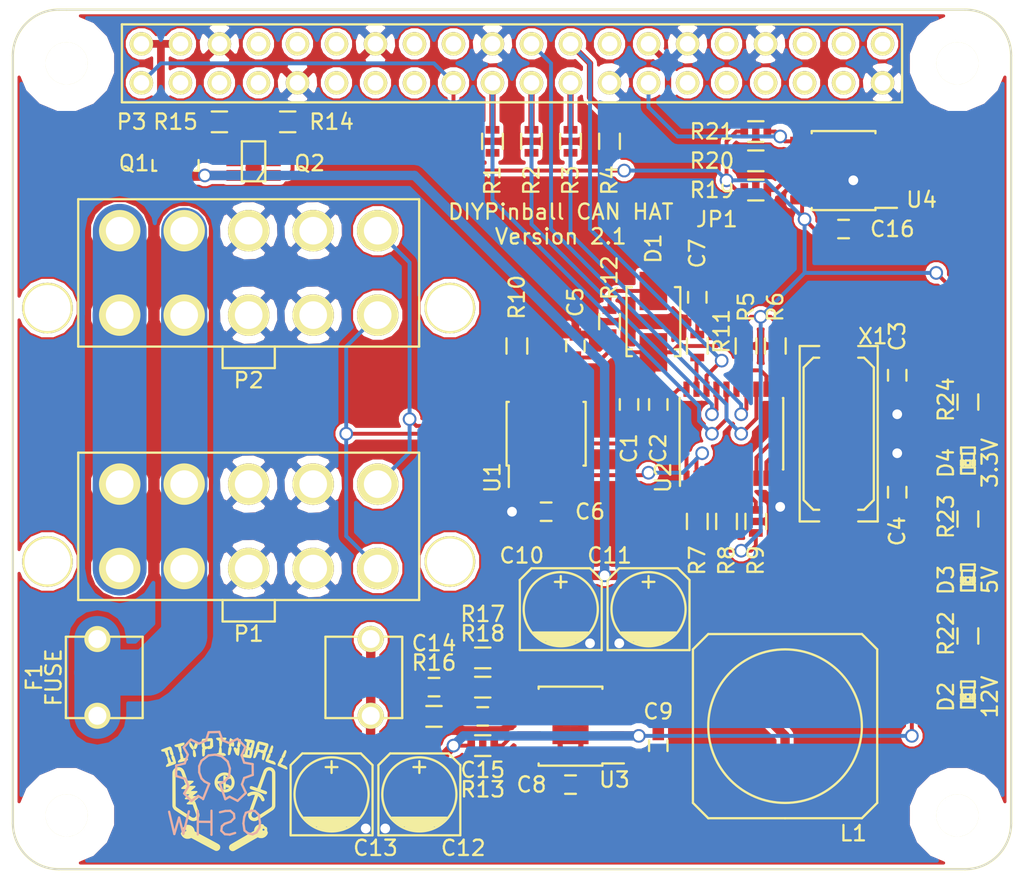
<source format=kicad_pcb>
(kicad_pcb (version 4) (host pcbnew 4.0.0-rc1-stable)
  (layers (0 F.Cu signal) (31 B.Cu signal) (34 B.Paste user) (35 F.Paste user) (36 B.SilkS user) (37 F.SilkS user) (38 B.Mask user) (39 F.Mask user) (44 Edge.Cuts user))
  (net 0 "")
  (net 1 +3.3V)
  (net 2 GND)
  (net 3 "Net-(C3-Pad1)")
  (net 4 "Net-(C4-Pad1)")
  (net 5 +5V)
  (net 6 "Net-(C7-Pad1)")
  (net 7 "Net-(C8-Pad1)")
  (net 8 "Net-(C9-Pad1)")
  (net 9 "Net-(C9-Pad2)")
  (net 10 +12V)
  (net 11 "Net-(C14-Pad1)")
  (net 12 "Net-(C15-Pad2)")
  (net 13 "Net-(D2-Pad1)")
  (net 14 "Net-(D3-Pad1)")
  (net 15 "Net-(D4-Pad1)")
  (net 16 "Net-(F1-Pad1)")
  (net 17 "Net-(JP1-Pad2)")
  (net 18 "Net-(P1-Pad5)")
  (net 19 "Net-(P1-Pad10)")
  (net 20 "Net-(P1-Pad1)")
  (net 21 "Net-(P3-Pad2)")
  (net 22 /MOSI)
  (net 23 /MISO)
  (net 24 /~CANINT)
  (net 25 /SCK)
  (net 26 /~CANCS)
  (net 27 /ID_SD)
  (net 28 /ID_SC)
  (net 29 "Net-(Q2-Pad1)")
  (net 30 "Net-(R5-Pad2)")
  (net 31 "Net-(R6-Pad2)")
  (net 32 "Net-(R7-Pad2)")
  (net 33 "Net-(R8-Pad2)")
  (net 34 "Net-(R9-Pad2)")
  (net 35 "Net-(R10-Pad1)")
  (net 36 "Net-(R11-Pad2)")
  (net 37 "Net-(R13-Pad1)")
  (net 38 "Net-(R17-Pad2)")
  (net 39 "Net-(U1-Pad1)")
  (net 40 "Net-(U1-Pad4)")
  (net 41 "Net-(Q1-Pad1)")
  (module Capacitors_SMD:C_0603 (layer F.Cu) (at 219.075 124.7775 270)
    (fp_text reference C1 (at 2.8575 0 270) (layer F.SilkS))
    (fp_text value 100n hide)
    (pad 1 smd rect (at -0.75 0 270) (size 0.8 0.75) (layers F.Cu F.Paste F.Mask) (net 1 +3.3V))
    (pad 2 smd rect (at 0.75 0 270) (size 0.8 0.75) (layers F.Cu F.Paste F.Mask) (net 2 GND))
  )
  (module Capacitors_SMD:C_0603 (layer F.Cu) (at 220.98 124.7775 270)
    (fp_text reference C2 (at 2.8575 0 270) (layer F.SilkS))
    (fp_text value 10n hide)
    (pad 1 smd rect (at -0.75 0 270) (size 0.8 0.75) (layers F.Cu F.Paste F.Mask) (net 1 +3.3V))
    (pad 2 smd rect (at 0.75 0 270) (size 0.8 0.75) (layers F.Cu F.Paste F.Mask) (net 2 GND))
  )
  (module Capacitors_SMD:C_0603 (layer F.Cu) (at 236.5375 122.8725 270)
    (fp_text reference C3 (at -2.54 0 270) (layer F.SilkS))
    (fp_text value 18p hide)
    (pad 1 smd rect (at -0.75 0 270) (size 0.8 0.75) (layers F.Cu F.Paste F.Mask) (net 3 "Net-(C3-Pad1)"))
    (pad 2 smd rect (at 0.75 0 270) (size 0.8 0.75) (layers F.Cu F.Paste F.Mask) (net 2 GND))
  )
  (module Capacitors_SMD:C_0603 (layer F.Cu) (at 236.5375 130.4925 90)
    (fp_text reference C4 (at -2.54 0 90) (layer F.SilkS))
    (fp_text value 18p hide)
    (pad 1 smd rect (at -0.75 0 90) (size 0.8 0.75) (layers F.Cu F.Paste F.Mask) (net 4 "Net-(C4-Pad1)"))
    (pad 2 smd rect (at 0.75 0 90) (size 0.8 0.75) (layers F.Cu F.Paste F.Mask) (net 2 GND))
  )
  (module Capacitors_SMD:C_0603 (layer F.Cu) (at 215.5825 120.9675 90)
    (fp_text reference C5 (at 2.8575 0 90) (layer F.SilkS))
    (fp_text value 100n hide)
    (pad 1 smd rect (at -0.75 0 90) (size 0.8 0.75) (layers F.Cu F.Paste F.Mask) (net 1 +3.3V))
    (pad 2 smd rect (at 0.75 0 90) (size 0.8 0.75) (layers F.Cu F.Paste F.Mask) (net 2 GND))
  )
  (module Capacitors_SMD:C_0603 (layer F.Cu) (at 213.6775 131.7625 180)
    (fp_text reference C6 (at -2.8575 0 180) (layer F.SilkS))
    (fp_text value 100n hide)
    (pad 1 smd rect (at -0.75 0 180) (size 0.8 0.75) (layers F.Cu F.Paste F.Mask) (net 5 +5V))
    (pad 2 smd rect (at 0.75 0 180) (size 0.8 0.75) (layers F.Cu F.Paste F.Mask) (net 2 GND))
  )
  (module Capacitors_SMD:C_0603 (layer F.Cu) (at 223.52 117.7925 90)
    (fp_text reference C7 (at 2.8575 0 90) (layer F.SilkS))
    (fp_text value 100n hide)
    (pad 1 smd rect (at -0.75 0 90) (size 0.8 0.75) (layers F.Cu F.Paste F.Mask) (net 6 "Net-(C7-Pad1)"))
    (pad 2 smd rect (at 0.75 0 90) (size 0.8 0.75) (layers F.Cu F.Paste F.Mask) (net 2 GND))
  )
  (module Capacitors_SMD:C_0603 (layer F.Cu) (at 215.265 149.5425)
    (fp_text reference C8 (at -2.54 0) (layer F.SilkS))
    (fp_text value 100n hide)
    (pad 1 smd rect (at -0.75 0) (size 0.8 0.75) (layers F.Cu F.Paste F.Mask) (net 7 "Net-(C8-Pad1)"))
    (pad 2 smd rect (at 0.75 0) (size 0.8 0.75) (layers F.Cu F.Paste F.Mask) (net 2 GND))
  )
  (module Capacitors_SMD:C_0603 (layer F.Cu) (at 220.98 147.0025 270)
    (fp_text reference C9 (at -2.2225 0 360) (layer F.SilkS))
    (fp_text value 10n hide)
    (pad 1 smd rect (at -0.75 0 270) (size 0.8 0.75) (layers F.Cu F.Paste F.Mask) (net 8 "Net-(C9-Pad1)"))
    (pad 2 smd rect (at 0.75 0 270) (size 0.8 0.75) (layers F.Cu F.Paste F.Mask) (net 9 "Net-(C9-Pad2)"))
  )
  (module Capacitors_SMD:c_elec_5x5.8 (layer F.Cu) (at 214.63 138.1125 90)
    (fp_text reference C10 (at 3.4925 -2.54 180) (layer F.SilkS))
    (fp_text value 22u hide)
    (pad 1 smd rect (at 2.19964 0 90) (size 2.99974 1.6002) (layers F.Cu F.Paste F.Mask) (net 5 +5V))
    (pad 2 smd rect (at -2.19964 0 90) (size 2.99974 1.6002) (layers F.Cu F.Paste F.Mask) (net 2 GND))
  )
  (module Capacitors_SMD:c_elec_5x5.8 (layer F.Cu) (at 220.345 138.1125 90)
    (fp_text reference C11 (at 3.4925 -2.54 180) (layer F.SilkS))
    (fp_text value 22u hide)
    (pad 1 smd rect (at 2.19964 0 90) (size 2.99974 1.6002) (layers F.Cu F.Paste F.Mask) (net 5 +5V))
    (pad 2 smd rect (at -2.19964 0 90) (size 2.99974 1.6002) (layers F.Cu F.Paste F.Mask) (net 2 GND))
  )
  (module Capacitors_SMD:c_elec_5x5.8 (layer F.Cu) (at 205.4225 150.1775 90)
    (fp_text reference C12 (at -3.4925 2.8575 180) (layer F.SilkS))
    (fp_text value 10u hide)
    (pad 1 smd rect (at 2.19964 0 90) (size 2.99974 1.6002) (layers F.Cu F.Paste F.Mask) (net 10 +12V))
    (pad 2 smd rect (at -2.19964 0 90) (size 2.99974 1.6002) (layers F.Cu F.Paste F.Mask) (net 2 GND))
  )
  (module Capacitors_SMD:c_elec_5x5.8 (layer F.Cu) (at 199.7075 150.1775 90)
    (fp_text reference C13 (at -3.4925 2.8575 180) (layer F.SilkS))
    (fp_text value 10u hide)
    (pad 1 smd rect (at 2.19964 0 90) (size 2.99974 1.6002) (layers F.Cu F.Paste F.Mask) (net 10 +12V))
    (pad 2 smd rect (at -2.19964 0 90) (size 2.99974 1.6002) (layers F.Cu F.Paste F.Mask) (net 2 GND))
  )
  (module Capacitors_SMD:C_0603 (layer F.Cu) (at 206.375 143.1925 180)
    (fp_text reference C14 (at 0 2.8575 180) (layer F.SilkS))
    (fp_text value NP hide)
    (pad 1 smd rect (at -0.75 0 180) (size 0.8 0.75) (layers F.Cu F.Paste F.Mask) (net 11 "Net-(C14-Pad1)"))
    (pad 2 smd rect (at 0.75 0 180) (size 0.8 0.75) (layers F.Cu F.Paste F.Mask) (net 2 GND))
  )
  (module Capacitors_SMD:C_0603 (layer F.Cu) (at 209.55 145.0975 180)
    (fp_text reference C15 (at 0 -3.4925 180) (layer F.SilkS))
    (fp_text value 3.3n hide)
    (pad 1 smd rect (at -0.75 0 180) (size 0.8 0.75) (layers F.Cu F.Paste F.Mask) (net 11 "Net-(C14-Pad1)"))
    (pad 2 smd rect (at 0.75 0 180) (size 0.8 0.75) (layers F.Cu F.Paste F.Mask) (net 12 "Net-(C15-Pad2)"))
  )
  (module Capacitors_SMD:C_0603 (layer F.Cu) (at 233.045 113.3475)
    (fp_text reference C16 (at 3.175 0) (layer F.SilkS))
    (fp_text value 100n hide)
    (pad 1 smd rect (at -0.75 0) (size 0.8 0.75) (layers F.Cu F.Paste F.Mask) (net 1 +3.3V))
    (pad 2 smd rect (at 0.75 0) (size 0.8 0.75) (layers F.Cu F.Paste F.Mask) (net 2 GND))
  )
  (module Diodes_SMD:Diode-SMA_Standard (layer F.Cu) (at 220.6625 119.38 270)
    (fp_text reference D1 (at -4.7625 0 270) (layer F.SilkS))
    (fp_text value S1M hide)
    (pad 1 smd rect (at -1.99898 0 270) (size 2.49936 1.80086) (layers F.Cu F.Paste F.Mask) (net 6 "Net-(C7-Pad1)"))
    (pad 2 smd rect (at 1.99898 0 270) (size 2.49936 1.80086) (layers F.Cu F.Paste F.Mask) (net 1 +3.3V))
  )
  (module LEDs:LED-0603 (layer F.Cu) (at 241.14125 143.66875 270)
    (fp_text reference D2 (at 0.15875 1.42875 270) (layer F.SilkS))
    (fp_text value LED hide)
    (pad 1 smd rect (at -0.7493 0 270) (size 0.79756 0.79756) (layers F.Cu F.Paste F.Mask) (net 13 "Net-(D2-Pad1)"))
    (pad 2 smd rect (at 0.7493 0 270) (size 0.79756 0.79756) (layers F.Cu F.Paste F.Mask) (net 2 GND))
  )
  (module LEDs:LED-0603 (layer F.Cu) (at 241.14125 136.04875 270)
    (fp_text reference D3 (at 0.15875 1.42875 270) (layer F.SilkS))
    (fp_text value LED hide)
    (pad 1 smd rect (at -0.7493 0 270) (size 0.79756 0.79756) (layers F.Cu F.Paste F.Mask) (net 14 "Net-(D3-Pad1)"))
    (pad 2 smd rect (at 0.7493 0 270) (size 0.79756 0.79756) (layers F.Cu F.Paste F.Mask) (net 2 GND))
  )
  (module LEDs:LED-0603 (layer F.Cu) (at 241.14125 128.42875 270)
    (fp_text reference D4 (at 0.15875 1.42875 270) (layer F.SilkS))
    (fp_text value LED hide)
    (pad 1 smd rect (at -0.7493 0 270) (size 0.79756 0.79756) (layers F.Cu F.Paste F.Mask) (net 15 "Net-(D4-Pad1)"))
    (pad 2 smd rect (at 0.7493 0 270) (size 0.79756 0.79756) (layers F.Cu F.Paste F.Mask) (net 2 GND))
  )
  (module open-project:S_JUMPER_2 (layer F.Cu) (at 227.33 112.7125)
    (fp_text reference JP1 (at -2.54 0) (layer F.SilkS))
    (fp_text value JUMPER hide)
    (pad 1 smd rect (at -0.3556 0) (size 0.508 0.762) (layers F.Cu F.Paste F.Mask) (net 2 GND) (clearance 0.2032))
    (pad 2 smd rect (at 0.3556 0) (size 0.508 0.762) (layers F.Cu F.Paste F.Mask) (net 17 "Net-(JP1-Pad2)") (clearance 0.2032))
  )
  (module Inductors:SELF-WE-PD-XXL (layer F.Cu) (at 229.235 145.7325 90)
    (fp_text reference L1 (at -6.985 4.445 180) (layer F.SilkS))
    (fp_text value 4.7u hide)
    (fp_text user "" (at 0 0 90) (layer F.SilkS))
    (fp_text user "" (at 0 0 90) (layer F.SilkS))
    (pad 1 smd rect (at -5.00126 0 90) (size 2.90068 5.40004) (layers F.Cu F.Paste F.Mask) (net 8 "Net-(C9-Pad1)"))
    (pad 2 smd rect (at 5.00126 0 90) (size 2.90068 5.40004) (layers F.Cu F.Paste F.Mask) (net 5 +5V))
  )
  (module Housings_SOT-23_SOT-143_TSOT-6:SOT23 (layer F.Cu) (at 189.5475 108.9025 180)
    (fp_text reference Q1 (at 2.69875 -0.15875 180) (layer F.SilkS))
    (fp_text value DMG2305UX hide)
    (pad 1 smd rect (at -0.95 1.00076 180) (size 0.8001 0.8001) (layers F.Cu F.Paste F.Mask) (net 41 "Net-(Q1-Pad1)"))
    (pad 2 smd rect (at 0.95 1.00076 180) (size 0.8001 0.8001) (layers F.Cu F.Paste F.Mask) (net 21 "Net-(P3-Pad2)"))
    (pad 3 smd rect (at 0 -0.99822 180) (size 0.8001 0.8001) (layers F.Cu F.Paste F.Mask) (net 5 +5V))
  )
  (module Housings_SOT-23_SOT-143_TSOT-6:SOT-23-6 (layer F.Cu) (at 194.6275 108.9025 90)
    (fp_text reference Q2 (at -0.15875 3.65125 180) (layer F.SilkS))
    (fp_text value DMMT5401 hide)
    (pad 6 smd rect (at -0.9525 -1.27 90) (size 0.70104 1.00076) (layers F.Cu F.Paste F.Mask) (net 5 +5V))
    (pad 5 smd rect (at 0 -1.27 90) (size 0.70104 1.00076) (layers F.Cu F.Paste F.Mask) (net 21 "Net-(P3-Pad2)"))
    (pad 4 smd rect (at 0.9525 -1.27 90) (size 0.70104 1.00076) (layers F.Cu F.Paste F.Mask) (net 41 "Net-(Q1-Pad1)"))
    (pad 3 smd rect (at 0.9525 1.27 90) (size 0.70104 1.00076) (layers F.Cu F.Paste F.Mask) (net 29 "Net-(Q2-Pad1)"))
    (pad 2 smd rect (at 0 1.27 90) (size 0.70104 1.00076) (layers F.Cu F.Paste F.Mask) (net 29 "Net-(Q2-Pad1)"))
    (pad 1 smd rect (at -0.9525 1.27 90) (size 0.70104 1.00076) (layers F.Cu F.Paste F.Mask) (net 29 "Net-(Q2-Pad1)"))
  )
  (module Resistors_SMD:R_0603 (layer F.Cu) (at 210.185 107.6325 90)
    (fp_text reference R1 (at -2.54 0 90) (layer F.SilkS))
    (fp_text value 10K hide)
    (pad 1 smd rect (at -0.75 0 90) (size 0.5 0.9) (layers F.Cu F.Paste F.Mask) (net 1 +3.3V))
    (pad 2 smd rect (at 0.75 0 90) (size 0.5 0.9) (layers F.Cu F.Paste F.Mask) (net 22 /MOSI))
  )
  (module Resistors_SMD:R_0603 (layer F.Cu) (at 212.725 107.6325 90)
    (fp_text reference R2 (at -2.54 0 90) (layer F.SilkS))
    (fp_text value 10K hide)
    (pad 1 smd rect (at -0.75 0 90) (size 0.5 0.9) (layers F.Cu F.Paste F.Mask) (net 1 +3.3V))
    (pad 2 smd rect (at 0.75 0 90) (size 0.5 0.9) (layers F.Cu F.Paste F.Mask) (net 23 /MISO))
  )
  (module Resistors_SMD:R_0603 (layer F.Cu) (at 215.265 107.6325 90)
    (fp_text reference R3 (at -2.54 0 90) (layer F.SilkS))
    (fp_text value 10K hide)
    (pad 1 smd rect (at -0.75 0 90) (size 0.5 0.9) (layers F.Cu F.Paste F.Mask) (net 1 +3.3V))
    (pad 2 smd rect (at 0.75 0 90) (size 0.5 0.9) (layers F.Cu F.Paste F.Mask) (net 25 /SCK))
  )
  (module Resistors_SMD:R_0603 (layer F.Cu) (at 217.805 107.6325 90)
    (fp_text reference R4 (at -2.54 0 90) (layer F.SilkS))
    (fp_text value 10K hide)
    (pad 1 smd rect (at -0.75 0 90) (size 0.5 0.9) (layers F.Cu F.Paste F.Mask) (net 1 +3.3V))
    (pad 2 smd rect (at 0.75 0 90) (size 0.5 0.9) (layers F.Cu F.Paste F.Mask) (net 26 /~CANCS))
  )
  (module Resistors_SMD:R_0603 (layer F.Cu) (at 226.695 120.9675 270)
    (fp_text reference R5 (at -2.54 0 270) (layer F.SilkS))
    (fp_text value 10K hide)
    (pad 1 smd rect (at -0.75 0 270) (size 0.5 0.9) (layers F.Cu F.Paste F.Mask) (net 1 +3.3V))
    (pad 2 smd rect (at 0.75 0 270) (size 0.5 0.9) (layers F.Cu F.Paste F.Mask) (net 30 "Net-(R5-Pad2)"))
  )
  (module Resistors_SMD:R_0603 (layer F.Cu) (at 228.6 120.9675 270)
    (fp_text reference R6 (at -2.54 0 270) (layer F.SilkS))
    (fp_text value 10K hide)
    (pad 1 smd rect (at -0.75 0 270) (size 0.5 0.9) (layers F.Cu F.Paste F.Mask) (net 1 +3.3V))
    (pad 2 smd rect (at 0.75 0 270) (size 0.5 0.9) (layers F.Cu F.Paste F.Mask) (net 31 "Net-(R6-Pad2)"))
  )
  (module Resistors_SMD:R_0603 (layer F.Cu) (at 223.52 132.3975 90)
    (fp_text reference R7 (at -2.54 0 90) (layer F.SilkS))
    (fp_text value 10K hide)
    (pad 1 smd rect (at -0.75 0 90) (size 0.5 0.9) (layers F.Cu F.Paste F.Mask) (net 1 +3.3V))
    (pad 2 smd rect (at 0.75 0 90) (size 0.5 0.9) (layers F.Cu F.Paste F.Mask) (net 32 "Net-(R7-Pad2)"))
  )
  (module Resistors_SMD:R_0603 (layer F.Cu) (at 225.425 132.3975 90)
    (fp_text reference R8 (at -2.54 0 90) (layer F.SilkS))
    (fp_text value 10K hide)
    (pad 1 smd rect (at -0.75 0 90) (size 0.5 0.9) (layers F.Cu F.Paste F.Mask) (net 1 +3.3V))
    (pad 2 smd rect (at 0.75 0 90) (size 0.5 0.9) (layers F.Cu F.Paste F.Mask) (net 33 "Net-(R8-Pad2)"))
  )
  (module Resistors_SMD:R_0603 (layer F.Cu) (at 227.33 132.3975 90)
    (fp_text reference R9 (at -2.54 0 90) (layer F.SilkS))
    (fp_text value 10K hide)
    (pad 1 smd rect (at -0.75 0 90) (size 0.5 0.9) (layers F.Cu F.Paste F.Mask) (net 1 +3.3V))
    (pad 2 smd rect (at 0.75 0 90) (size 0.5 0.9) (layers F.Cu F.Paste F.Mask) (net 34 "Net-(R9-Pad2)"))
  )
  (module Resistors_SMD:R_0603 (layer F.Cu) (at 211.7725 120.9675 90)
    (fp_text reference R10 (at 3.175 0 90) (layer F.SilkS))
    (fp_text value 10K hide)
    (pad 1 smd rect (at -0.75 0 90) (size 0.5 0.9) (layers F.Cu F.Paste F.Mask) (net 35 "Net-(R10-Pad1)"))
    (pad 2 smd rect (at 0.75 0 90) (size 0.5 0.9) (layers F.Cu F.Paste F.Mask) (net 2 GND))
  )
  (module Resistors_SMD:R_0603 (layer F.Cu) (at 223.52 120.9675 270)
    (fp_text reference R11 (at -0.9525 -1.5875 270) (layer F.SilkS))
    (fp_text value 1K hide)
    (pad 1 smd rect (at -0.75 0 270) (size 0.5 0.9) (layers F.Cu F.Paste F.Mask) (net 6 "Net-(C7-Pad1)"))
    (pad 2 smd rect (at 0.75 0 270) (size 0.5 0.9) (layers F.Cu F.Paste F.Mask) (net 36 "Net-(R11-Pad2)"))
  )
  (module Resistors_SMD:R_0603 (layer F.Cu) (at 217.805 119.38 90)
    (fp_text reference R12 (at 2.8575 0 90) (layer F.SilkS))
    (fp_text value 10K hide)
    (pad 1 smd rect (at -0.75 0 90) (size 0.5 0.9) (layers F.Cu F.Paste F.Mask) (net 1 +3.3V))
    (pad 2 smd rect (at 0.75 0 90) (size 0.5 0.9) (layers F.Cu F.Paste F.Mask) (net 6 "Net-(C7-Pad1)"))
  )
  (module Resistors_SMD:R_0603 (layer F.Cu) (at 209.55 147.0025 180)
    (fp_text reference R13 (at 0 -2.8575 180) (layer F.SilkS))
    (fp_text value 10K hide)
    (pad 1 smd rect (at -0.75 0 180) (size 0.5 0.9) (layers F.Cu F.Paste F.Mask) (net 37 "Net-(R13-Pad1)"))
    (pad 2 smd rect (at 0.75 0 180) (size 0.5 0.9) (layers F.Cu F.Paste F.Mask) (net 10 +12V))
  )
  (module Resistors_SMD:R_0603 (layer F.Cu) (at 196.85 106.3625)
    (fp_text reference R14 (at 2.8575 0) (layer F.SilkS))
    (fp_text value 10K hide)
    (pad 1 smd rect (at -0.75 0) (size 0.5 0.9) (layers F.Cu F.Paste F.Mask) (net 29 "Net-(Q2-Pad1)"))
    (pad 2 smd rect (at 0.75 0) (size 0.5 0.9) (layers F.Cu F.Paste F.Mask) (net 2 GND))
  )
  (module Resistors_SMD:R_0603 (layer F.Cu) (at 192.405 106.3625 180)
    (fp_text reference R15 (at 2.8575 0 180) (layer F.SilkS))
    (fp_text value 47K hide)
    (pad 1 smd rect (at -0.75 0 180) (size 0.5 0.9) (layers F.Cu F.Paste F.Mask) (net 41 "Net-(Q1-Pad1)"))
    (pad 2 smd rect (at 0.75 0 180) (size 0.5 0.9) (layers F.Cu F.Paste F.Mask) (net 2 GND))
  )
  (module Resistors_SMD:R_0603 (layer F.Cu) (at 206.375 145.0975)
    (fp_text reference R16 (at 0 -3.4925) (layer F.SilkS))
    (fp_text value 13K hide)
    (pad 1 smd rect (at -0.75 0) (size 0.5 0.9) (layers F.Cu F.Paste F.Mask) (net 2 GND))
    (pad 2 smd rect (at 0.75 0) (size 0.5 0.9) (layers F.Cu F.Paste F.Mask) (net 12 "Net-(C15-Pad2)"))
  )
  (module Resistors_SMD:R_0603 (layer F.Cu) (at 209.55 141.2875)
    (fp_text reference R17 (at 0 -2.8575) (layer F.SilkS))
    (fp_text value 11.8K hide)
    (pad 1 smd rect (at -0.75 0) (size 0.5 0.9) (layers F.Cu F.Paste F.Mask) (net 2 GND))
    (pad 2 smd rect (at 0.75 0) (size 0.5 0.9) (layers F.Cu F.Paste F.Mask) (net 38 "Net-(R17-Pad2)"))
  )
  (module Resistors_SMD:R_0603 (layer F.Cu) (at 209.55 143.1925 180)
    (fp_text reference R18 (at 0 3.4925 180) (layer F.SilkS))
    (fp_text value 53.6K hide)
    (pad 1 smd rect (at -0.75 0 180) (size 0.5 0.9) (layers F.Cu F.Paste F.Mask) (net 38 "Net-(R17-Pad2)"))
    (pad 2 smd rect (at 0.75 0 180) (size 0.5 0.9) (layers F.Cu F.Paste F.Mask) (net 5 +5V))
  )
  (module Resistors_SMD:R_0603 (layer F.Cu) (at 227.33 110.8075)
    (fp_text reference R19 (at -2.8575 0) (layer F.SilkS))
    (fp_text value 1K hide)
    (pad 1 smd rect (at -0.75 0) (size 0.5 0.9) (layers F.Cu F.Paste F.Mask) (net 1 +3.3V))
    (pad 2 smd rect (at 0.75 0) (size 0.5 0.9) (layers F.Cu F.Paste F.Mask) (net 17 "Net-(JP1-Pad2)"))
  )
  (module Resistors_SMD:R_0603 (layer F.Cu) (at 227.33 108.9025)
    (fp_text reference R20 (at -2.8575 0) (layer F.SilkS))
    (fp_text value 4.7K hide)
    (pad 1 smd rect (at -0.75 0) (size 0.5 0.9) (layers F.Cu F.Paste F.Mask) (net 1 +3.3V))
    (pad 2 smd rect (at 0.75 0) (size 0.5 0.9) (layers F.Cu F.Paste F.Mask) (net 28 /ID_SC))
  )
  (module Resistors_SMD:R_0603 (layer F.Cu) (at 227.33 106.9975)
    (fp_text reference R21 (at -2.8575 0) (layer F.SilkS))
    (fp_text value 4.7K hide)
    (pad 1 smd rect (at -0.75 0) (size 0.5 0.9) (layers F.Cu F.Paste F.Mask) (net 1 +3.3V))
    (pad 2 smd rect (at 0.75 0) (size 0.5 0.9) (layers F.Cu F.Paste F.Mask) (net 27 /ID_SD))
  )
  (module Resistors_SMD:R_0603 (layer F.Cu) (at 241.14125 139.85875 270)
    (fp_text reference R22 (at -0.15875 1.42875 270) (layer F.SilkS))
    (fp_text value 4.7K hide)
    (pad 1 smd rect (at -0.75 0 270) (size 0.5 0.9) (layers F.Cu F.Paste F.Mask) (net 10 +12V))
    (pad 2 smd rect (at 0.75 0 270) (size 0.5 0.9) (layers F.Cu F.Paste F.Mask) (net 13 "Net-(D2-Pad1)"))
  )
  (module Resistors_SMD:R_0603 (layer F.Cu) (at 241.14125 132.23875 270)
    (fp_text reference R23 (at -0.15875 1.42875 270) (layer F.SilkS))
    (fp_text value 1K hide)
    (pad 1 smd rect (at -0.75 0 270) (size 0.5 0.9) (layers F.Cu F.Paste F.Mask) (net 5 +5V))
    (pad 2 smd rect (at 0.75 0 270) (size 0.5 0.9) (layers F.Cu F.Paste F.Mask) (net 14 "Net-(D3-Pad1)"))
  )
  (module Resistors_SMD:R_0603 (layer F.Cu) (at 241.14125 124.61875 270)
    (fp_text reference R24 (at -0.15875 1.42875 270) (layer F.SilkS))
    (fp_text value 1K hide)
    (pad 1 smd rect (at -0.75 0 270) (size 0.5 0.9) (layers F.Cu F.Paste F.Mask) (net 1 +3.3V))
    (pad 2 smd rect (at 0.75 0 270) (size 0.5 0.9) (layers F.Cu F.Paste F.Mask) (net 15 "Net-(D4-Pad1)"))
  )
  (module Housings_SOIC:SOIC-8_3.9x4.9mm_Pitch1.27mm (layer F.Cu) (at 213.6775 126.6825 90)
    (fp_text reference U1 (at -2.8575 -3.4925 90) (layer F.SilkS))
    (fp_text value MCP2562 hide)
    (pad 1 smd rect (at -2.7 -1.905 90) (size 1.55 0.6) (layers F.Cu F.Paste F.Mask) (net 39 "Net-(U1-Pad1)"))
    (pad 2 smd rect (at -2.7 -0.635 90) (size 1.55 0.6) (layers F.Cu F.Paste F.Mask) (net 2 GND))
    (pad 3 smd rect (at -2.7 0.635 90) (size 1.55 0.6) (layers F.Cu F.Paste F.Mask) (net 5 +5V))
    (pad 4 smd rect (at -2.7 1.905 90) (size 1.55 0.6) (layers F.Cu F.Paste F.Mask) (net 40 "Net-(U1-Pad4)"))
    (pad 5 smd rect (at 2.7 1.905 90) (size 1.55 0.6) (layers F.Cu F.Paste F.Mask) (net 1 +3.3V))
    (pad 6 smd rect (at 2.7 0.635 90) (size 1.55 0.6) (layers F.Cu F.Paste F.Mask) (net 19 "Net-(P1-Pad10)"))
    (pad 7 smd rect (at 2.7 -0.635 90) (size 1.55 0.6) (layers F.Cu F.Paste F.Mask) (net 18 "Net-(P1-Pad5)"))
    (pad 8 smd rect (at 2.7 -1.905 90) (size 1.55 0.6) (layers F.Cu F.Paste F.Mask) (net 35 "Net-(R10-Pad1)"))
  )
  (module Housings_SOIC:SOIC-8-1EP_3.9x4.9mm_Pitch1.27mm (layer F.Cu) (at 215.265 145.7325 180)
    (fp_text reference U3 (at -2.8575 -3.4925 180) (layer F.SilkS))
    (fp_text value AP3513E hide)
    (pad 1 smd rect (at -2.7 -1.905 180) (size 1.55 0.6) (layers F.Cu F.Paste F.Mask) (net 9 "Net-(C9-Pad2)"))
    (pad 2 smd rect (at -2.7 -0.635 180) (size 1.55 0.6) (layers F.Cu F.Paste F.Mask) (net 10 +12V))
    (pad 3 smd rect (at -2.7 0.635 180) (size 1.55 0.6) (layers F.Cu F.Paste F.Mask) (net 8 "Net-(C9-Pad1)"))
    (pad 4 smd rect (at -2.7 1.905 180) (size 1.55 0.6) (layers F.Cu F.Paste F.Mask) (net 2 GND))
    (pad 5 smd rect (at 2.7 1.905 180) (size 1.55 0.6) (layers F.Cu F.Paste F.Mask) (net 38 "Net-(R17-Pad2)"))
    (pad 6 smd rect (at 2.7 0.635 180) (size 1.55 0.6) (layers F.Cu F.Paste F.Mask) (net 11 "Net-(C14-Pad1)"))
    (pad 7 smd rect (at 2.7 -0.635 180) (size 1.55 0.6) (layers F.Cu F.Paste F.Mask) (net 37 "Net-(R13-Pad1)"))
    (pad 8 smd rect (at 2.7 -1.905 180) (size 1.55 0.6) (layers F.Cu F.Paste F.Mask) (net 7 "Net-(C8-Pad1)"))
    (pad 9 smd rect (at 0.5875 0.5875 180) (size 1.175 1.175) (layers F.Cu F.Paste F.Mask) (net 2 GND))
    (pad 9 smd rect (at 0.5875 -0.5875 180) (size 1.175 1.175) (layers F.Cu F.Paste F.Mask) (net 2 GND))
    (pad 9 smd rect (at -0.5875 0.5875 180) (size 1.175 1.175) (layers F.Cu F.Paste F.Mask) (net 2 GND))
    (pad 9 smd rect (at -0.5875 -0.5875 180) (size 1.175 1.175) (layers F.Cu F.Paste F.Mask) (net 2 GND))
  )
  (module Housings_SOIC:SOIC-8_3.9x4.9mm_Pitch1.27mm (layer F.Cu) (at 233.045 109.5375 180)
    (fp_text reference U4 (at -5.08 -1.905 180) (layer F.SilkS))
    (fp_text value CAT24C32 hide)
    (pad 1 smd rect (at -2.7 -1.905 180) (size 1.55 0.6) (layers F.Cu F.Paste F.Mask) (net 2 GND))
    (pad 2 smd rect (at -2.7 -0.635 180) (size 1.55 0.6) (layers F.Cu F.Paste F.Mask) (net 2 GND))
    (pad 3 smd rect (at -2.7 0.635 180) (size 1.55 0.6) (layers F.Cu F.Paste F.Mask) (net 2 GND))
    (pad 4 smd rect (at -2.7 1.905 180) (size 1.55 0.6) (layers F.Cu F.Paste F.Mask) (net 2 GND))
    (pad 5 smd rect (at 2.7 1.905 180) (size 1.55 0.6) (layers F.Cu F.Paste F.Mask) (net 27 /ID_SD))
    (pad 6 smd rect (at 2.7 0.635 180) (size 1.55 0.6) (layers F.Cu F.Paste F.Mask) (net 28 /ID_SC))
    (pad 7 smd rect (at 2.7 -0.635 180) (size 1.55 0.6) (layers F.Cu F.Paste F.Mask) (net 17 "Net-(JP1-Pad2)"))
    (pad 8 smd rect (at 2.7 -1.905 180) (size 1.55 0.6) (layers F.Cu F.Paste F.Mask) (net 1 +3.3V))
  )
  (module Crystals_Oscillators_SMD:Q_49U3HMS (layer F.Cu) (at 232.7275 126.6825 270)
    (fp_text reference X1 (at -6.35 -2.2225 360) (layer F.SilkS))
    (fp_text value CRYSTAL hide)
    (pad 1 smd rect (at -4.699 0 270) (size 5.4991 1.99898) (layers F.Cu F.Paste F.Mask) (net 3 "Net-(C3-Pad1)"))
    (pad 2 smd rect (at 4.699 0 270) (size 5.4991 1.99898) (layers F.Cu F.Paste F.Mask) (net 4 "Net-(C4-Pad1)"))
  )
  (module Housings_SSOP:SSOP-20_4.4x6.5mm_Pitch0.65mm (layer F.Cu) (at 225.7425 126.6825 90)
    (fp_text reference U2 (at -2.8575 -4.445 90) (layer F.SilkS))
    (fp_text value MCP2515 hide)
    (pad 1 smd rect (at -2.9 -2.925 90) (size 1 0.4) (layers F.Cu F.Paste F.Mask) (net 39 "Net-(U1-Pad1)"))
    (pad 2 smd rect (at -2.9 -2.275 90) (size 1 0.4) (layers F.Cu F.Paste F.Mask) (net 40 "Net-(U1-Pad4)"))
    (pad 3 smd rect (at -2.9 -1.625 90) (size 1 0.4) (layers F.Cu F.Paste F.Mask))
    (pad 4 smd rect (at -2.9 -0.975 90) (size 1 0.4) (layers F.Cu F.Paste F.Mask) (net 32 "Net-(R7-Pad2)"))
    (pad 5 smd rect (at -2.9 -0.325 90) (size 1 0.4) (layers F.Cu F.Paste F.Mask) (net 33 "Net-(R8-Pad2)"))
    (pad 6 smd rect (at -2.9 0.325 90) (size 1 0.4) (layers F.Cu F.Paste F.Mask))
    (pad 7 smd rect (at -2.9 0.975 90) (size 1 0.4) (layers F.Cu F.Paste F.Mask) (net 34 "Net-(R9-Pad2)"))
    (pad 8 smd rect (at -2.9 1.625 90) (size 1 0.4) (layers F.Cu F.Paste F.Mask) (net 3 "Net-(C3-Pad1)"))
    (pad 9 smd rect (at -2.9 2.275 90) (size 1 0.4) (layers F.Cu F.Paste F.Mask) (net 4 "Net-(C4-Pad1)"))
    (pad 10 smd rect (at -2.9 2.925 90) (size 1 0.4) (layers F.Cu F.Paste F.Mask) (net 2 GND))
    (pad 11 smd rect (at 2.9 2.925 90) (size 1 0.4) (layers F.Cu F.Paste F.Mask) (net 31 "Net-(R6-Pad2)"))
    (pad 12 smd rect (at 2.9 2.275 90) (size 1 0.4) (layers F.Cu F.Paste F.Mask) (net 30 "Net-(R5-Pad2)"))
    (pad 13 smd rect (at 2.9 1.625 90) (size 1 0.4) (layers F.Cu F.Paste F.Mask) (net 24 /~CANINT))
    (pad 14 smd rect (at 2.9 0.975 90) (size 1 0.4) (layers F.Cu F.Paste F.Mask) (net 25 /SCK))
    (pad 15 smd rect (at 2.9 0.325 90) (size 1 0.4) (layers F.Cu F.Paste F.Mask))
    (pad 16 smd rect (at 2.9 -0.325 90) (size 1 0.4) (layers F.Cu F.Paste F.Mask) (net 22 /MOSI))
    (pad 17 smd rect (at 2.9 -0.975 90) (size 1 0.4) (layers F.Cu F.Paste F.Mask) (net 23 /MISO))
    (pad 18 smd rect (at 2.9 -1.625 90) (size 1 0.4) (layers F.Cu F.Paste F.Mask) (net 26 /~CANCS))
    (pad 19 smd rect (at 2.9 -2.275 90) (size 1 0.4) (layers F.Cu F.Paste F.Mask) (net 36 "Net-(R11-Pad2)"))
    (pad 20 smd rect (at 2.9 -2.925 90) (size 1 0.4) (layers F.Cu F.Paste F.Mask) (net 1 +3.3V))
  )
  (module PinballParts:PINBALL-CONNECTOR-V (layer F.Cu) (at 194.31 132.715)
    (fp_text reference P1 (at 0 7) (layer F.SilkS))
    (fp_text value PINBALL-CONNECTOR hide)
    (pad 3 thru_hole circle (at 0 -2.75 180) (size 2.7 2.7) (drill 1.8) (layers *.Cu *.Mask F.SilkS) (net 2 GND))
    (pad 8 thru_hole circle (at 0 2.75 180) (size 2.7 2.7) (drill 1.8) (layers *.Cu *.Mask F.SilkS) (net 2 GND))
    (pad 4 thru_hole circle (at 4.2 -2.75 180) (size 2.7 2.7) (drill 1.8) (layers *.Cu *.Mask F.SilkS) (net 2 GND))
    (pad 9 thru_hole circle (at 4.2 2.75 180) (size 2.7 2.7) (drill 1.8) (layers *.Cu *.Mask F.SilkS) (net 2 GND))
    (pad 5 thru_hole circle (at 8.4 -2.75 180) (size 2.7 2.7) (drill 1.8) (layers *.Cu *.Mask F.SilkS) (net 18 "Net-(P1-Pad5)"))
    (pad 10 thru_hole circle (at 8.4 2.75 180) (size 2.7 2.7) (drill 1.8) (layers *.Cu *.Mask F.SilkS) (net 19 "Net-(P1-Pad10)"))
    (pad 7 thru_hole circle (at -4.2 2.75 180) (size 2.7 2.7) (drill 1.8) (layers *.Cu *.Mask F.SilkS) (net 16 "Net-(F1-Pad1)"))
    (pad 2 thru_hole circle (at -4.2 -2.75 180) (size 2.7 2.7) (drill 1.8) (layers *.Cu *.Mask F.SilkS) (net 16 "Net-(F1-Pad1)"))
    (pad 6 thru_hole circle (at -8.4 2.75 180) (size 2.7 2.7) (drill 1.8) (layers *.Cu *.Mask F.SilkS) (net 20 "Net-(P1-Pad1)"))
    (pad 1 thru_hole circle (at -8.4 -2.75 180) (size 2.7 2.7) (drill 1.8) (layers *.Cu *.Mask F.SilkS) (net 20 "Net-(P1-Pad1)"))
    (pad "" np_thru_hole circle (at 13.1 2.29 180) (size 3.3 3.3) (drill 3) (layers *.Cu *.Mask F.SilkS))
    (pad "" np_thru_hole circle (at -13.1 2.29 180) (size 3.3 3.3) (drill 3) (layers *.Cu *.Mask F.SilkS))
  )
  (module PinballParts:PINBALL-CONNECTOR-V (layer F.Cu) (at 194.31 116.205)
    (fp_text reference P2 (at 0 7) (layer F.SilkS))
    (fp_text value PINBALL-CONNECTOR hide)
    (pad 3 thru_hole circle (at 0 -2.75 180) (size 2.7 2.7) (drill 1.8) (layers *.Cu *.Mask F.SilkS) (net 2 GND))
    (pad 8 thru_hole circle (at 0 2.75 180) (size 2.7 2.7) (drill 1.8) (layers *.Cu *.Mask F.SilkS) (net 2 GND))
    (pad 4 thru_hole circle (at 4.2 -2.75 180) (size 2.7 2.7) (drill 1.8) (layers *.Cu *.Mask F.SilkS) (net 2 GND))
    (pad 9 thru_hole circle (at 4.2 2.75 180) (size 2.7 2.7) (drill 1.8) (layers *.Cu *.Mask F.SilkS) (net 2 GND))
    (pad 5 thru_hole circle (at 8.4 -2.75 180) (size 2.7 2.7) (drill 1.8) (layers *.Cu *.Mask F.SilkS) (net 18 "Net-(P1-Pad5)"))
    (pad 10 thru_hole circle (at 8.4 2.75 180) (size 2.7 2.7) (drill 1.8) (layers *.Cu *.Mask F.SilkS) (net 19 "Net-(P1-Pad10)"))
    (pad 7 thru_hole circle (at -4.2 2.75 180) (size 2.7 2.7) (drill 1.8) (layers *.Cu *.Mask F.SilkS) (net 16 "Net-(F1-Pad1)"))
    (pad 2 thru_hole circle (at -4.2 -2.75 180) (size 2.7 2.7) (drill 1.8) (layers *.Cu *.Mask F.SilkS) (net 16 "Net-(F1-Pad1)"))
    (pad 6 thru_hole circle (at -8.4 2.75 180) (size 2.7 2.7) (drill 1.8) (layers *.Cu *.Mask F.SilkS) (net 20 "Net-(P1-Pad1)"))
    (pad 1 thru_hole circle (at -8.4 -2.75 180) (size 2.7 2.7) (drill 1.8) (layers *.Cu *.Mask F.SilkS) (net 20 "Net-(P1-Pad1)"))
    (pad "" np_thru_hole circle (at 13.1 2.29 180) (size 3.3 3.3) (drill 3) (layers *.Cu *.Mask F.SilkS))
    (pad "" np_thru_hole circle (at -13.1 2.29 180) (size 3.3 3.3) (drill 3) (layers *.Cu *.Mask F.SilkS))
  )
  (module PinballParts:diypinball-logo-small (layer F.Cu) (at 192.7225 150.1775)
    (fp_text reference G*** hide)
    (fp_text value LOGO hide)
  )
  (module PinballParts:FC203-20MM (layer F.Cu) (at 193.3575 142.5575)
    (fp_text reference F1 (at -13.0175 0 90) (layer F.SilkS))
    (fp_text value FUSE (at -11.7475 0 90) (layer F.SilkS))
    (pad 1 thru_hole circle (at -8.9 -2.5) (size 1.7 1.7) (drill 1.17) (layers *.Cu *.Mask F.SilkS) (net 16 "Net-(F1-Pad1)"))
    (pad 1 thru_hole circle (at -8.9 2.5) (size 1.7 1.7) (drill 1.17) (layers *.Cu *.Mask F.SilkS) (net 16 "Net-(F1-Pad1)"))
    (pad 2 thru_hole circle (at 8.9 2.5) (size 1.7 1.7) (drill 1.17) (layers *.Cu *.Mask F.SilkS) (net 10 +12V))
    (pad 2 thru_hole circle (at 8.9 -2.5) (size 1.7 1.7) (drill 1.17) (layers *.Cu *.Mask F.SilkS) (net 10 +12V))
  )
  (module Symbols:Symbol_OSHW-Logo_SilkScreen (layer B.Cu) (at 192.0875 148.59 180)
    (fp_text reference REF** hide)
    (fp_text value Symbol_OSHW-Logo_SilkScreen hide)
  )
  (module PinballParts:FIDUCIAL (layer F.Cu) (at 187.0075 147.6375)
    (fp_text reference FIDUCIAL hide)
    (fp_text value VAL** hide)
    (pad "" smd circle (at 0 0) (size 1 1) (layers F.Cu F.Mask) (clearance 1))
  )
  (module PinballParts:FIDUCIAL (layer F.Cu) (at 238.76 107.315)
    (fp_text reference FIDUCIAL hide)
    (fp_text value VAL** hide)
    (pad "" smd circle (at 0 0) (size 1 1) (layers F.Cu F.Mask) (clearance 1))
  )
  (module PinballParts:PIHAT (layer F.Cu) (at 211.455 102.5525)
    (fp_text reference P3 (at -24.765 3.81) (layer F.SilkS))
    (fp_text value PIHAT hide)
    (pad "" np_thru_hole circle (at -29 49) (size 2.75 2.75) (drill 2.75) (layers *.Cu *.Mask F.SilkS) (clearance 1.725))
    (pad "" np_thru_hole circle (at 29 49) (size 2.75 2.75) (drill 2.75) (layers *.Cu *.Mask F.SilkS) (clearance 1.725))
    (pad "" np_thru_hole circle (at 29 0) (size 2.75 2.75) (drill 2.75) (layers *.Cu *.Mask F.SilkS) (clearance 1.725))
    (pad "" np_thru_hole circle (at -29 0) (size 2.75 2.75) (drill 2.75) (layers *.Cu *.Mask F.SilkS) (clearance 1.725))
    (pad 1 thru_hole circle (at -24.13 1.27) (size 1.524 1.524) (drill 1.016) (layers *.Cu *.Mask F.SilkS) (net 1 +3.3V))
    (pad 3 thru_hole circle (at -21.59 1.27) (size 1.524 1.524) (drill 1.016) (layers *.Cu *.Mask F.SilkS))
    (pad 4 thru_hole circle (at -21.59 -1.27) (size 1.524 1.524) (drill 1.016) (layers *.Cu *.Mask F.SilkS) (net 21 "Net-(P3-Pad2)"))
    (pad 5 thru_hole circle (at -19.05 1.27) (size 1.524 1.524) (drill 1.016) (layers *.Cu *.Mask F.SilkS))
    (pad 6 thru_hole circle (at -19.05 -1.27) (size 1.524 1.524) (drill 1.016) (layers *.Cu *.Mask F.SilkS) (net 2 GND))
    (pad 7 thru_hole circle (at -16.51 1.27) (size 1.524 1.524) (drill 1.016) (layers *.Cu *.Mask F.SilkS))
    (pad 8 thru_hole circle (at -16.51 -1.27) (size 1.524 1.524) (drill 1.016) (layers *.Cu *.Mask F.SilkS))
    (pad 9 thru_hole circle (at -13.97 1.27) (size 1.524 1.524) (drill 1.016) (layers *.Cu *.Mask F.SilkS) (net 2 GND))
    (pad 10 thru_hole circle (at -13.97 -1.27) (size 1.524 1.524) (drill 1.016) (layers *.Cu *.Mask F.SilkS))
    (pad 11 thru_hole circle (at -11.43 1.27) (size 1.524 1.524) (drill 1.016) (layers *.Cu *.Mask F.SilkS))
    (pad 12 thru_hole circle (at -11.43 -1.27) (size 1.524 1.524) (drill 1.016) (layers *.Cu *.Mask F.SilkS))
    (pad 13 thru_hole circle (at -8.89 1.27) (size 1.524 1.524) (drill 1.016) (layers *.Cu *.Mask F.SilkS))
    (pad 14 thru_hole circle (at -8.89 -1.27) (size 1.524 1.524) (drill 1.016) (layers *.Cu *.Mask F.SilkS) (net 2 GND))
    (pad 15 thru_hole circle (at -6.35 1.27) (size 1.524 1.524) (drill 1.016) (layers *.Cu *.Mask F.SilkS))
    (pad 16 thru_hole circle (at -6.35 -1.27) (size 1.524 1.524) (drill 1.016) (layers *.Cu *.Mask F.SilkS))
    (pad 17 thru_hole circle (at -3.81 1.27) (size 1.524 1.524) (drill 1.016) (layers *.Cu *.Mask F.SilkS) (net 1 +3.3V))
    (pad 18 thru_hole circle (at -3.81 -1.27) (size 1.524 1.524) (drill 1.016) (layers *.Cu *.Mask F.SilkS))
    (pad 19 thru_hole circle (at -1.27 1.27) (size 1.524 1.524) (drill 1.016) (layers *.Cu *.Mask F.SilkS) (net 22 /MOSI))
    (pad 20 thru_hole circle (at -1.27 -1.27) (size 1.524 1.524) (drill 1.016) (layers *.Cu *.Mask F.SilkS) (net 2 GND))
    (pad 21 thru_hole circle (at 1.27 1.27) (size 1.524 1.524) (drill 1.016) (layers *.Cu *.Mask F.SilkS) (net 23 /MISO))
    (pad 22 thru_hole circle (at 1.27 -1.27) (size 1.524 1.524) (drill 1.016) (layers *.Cu *.Mask F.SilkS) (net 24 /~CANINT))
    (pad 23 thru_hole circle (at 3.81 1.27) (size 1.524 1.524) (drill 1.016) (layers *.Cu *.Mask F.SilkS) (net 25 /SCK))
    (pad 24 thru_hole circle (at 3.81 -1.27) (size 1.524 1.524) (drill 1.016) (layers *.Cu *.Mask F.SilkS) (net 26 /~CANCS))
    (pad 25 thru_hole circle (at 6.35 1.27) (size 1.524 1.524) (drill 1.016) (layers *.Cu *.Mask F.SilkS) (net 2 GND))
    (pad 26 thru_hole circle (at 6.35 -1.27) (size 1.524 1.524) (drill 1.016) (layers *.Cu *.Mask F.SilkS))
    (pad 27 thru_hole circle (at 8.89 1.27) (size 1.524 1.524) (drill 1.016) (layers *.Cu *.Mask F.SilkS) (net 27 /ID_SD))
    (pad 28 thru_hole circle (at 8.89 -1.27) (size 1.524 1.524) (drill 1.016) (layers *.Cu *.Mask F.SilkS) (net 28 /ID_SC))
    (pad 29 thru_hole circle (at 11.43 1.27) (size 1.524 1.524) (drill 1.016) (layers *.Cu *.Mask F.SilkS))
    (pad 30 thru_hole circle (at 11.43 -1.27) (size 1.524 1.524) (drill 1.016) (layers *.Cu *.Mask F.SilkS) (net 2 GND))
    (pad 31 thru_hole circle (at 13.97 1.27) (size 1.524 1.524) (drill 1.016) (layers *.Cu *.Mask F.SilkS))
    (pad 32 thru_hole circle (at 13.97 -1.27) (size 1.524 1.524) (drill 1.016) (layers *.Cu *.Mask F.SilkS))
    (pad 33 thru_hole circle (at 16.51 1.27) (size 1.524 1.524) (drill 1.016) (layers *.Cu *.Mask F.SilkS))
    (pad 34 thru_hole circle (at 16.51 -1.27) (size 1.524 1.524) (drill 1.016) (layers *.Cu *.Mask F.SilkS) (net 2 GND))
    (pad 35 thru_hole circle (at 19.05 1.27) (size 1.524 1.524) (drill 1.016) (layers *.Cu *.Mask F.SilkS))
    (pad 36 thru_hole circle (at 19.05 -1.27) (size 1.524 1.524) (drill 1.016) (layers *.Cu *.Mask F.SilkS))
    (pad 37 thru_hole circle (at 21.59 1.27) (size 1.524 1.524) (drill 1.016) (layers *.Cu *.Mask F.SilkS))
    (pad 38 thru_hole circle (at 21.59 -1.27) (size 1.524 1.524) (drill 1.016) (layers *.Cu *.Mask F.SilkS))
    (pad 39 thru_hole circle (at 24.13 1.27) (size 1.524 1.524) (drill 1.016) (layers *.Cu *.Mask F.SilkS) (net 2 GND))
    (pad 40 thru_hole circle (at 24.13 -1.27) (size 1.524 1.524) (drill 1.016) (layers *.Cu *.Mask F.SilkS))
    (pad 2 thru_hole circle (at -24.13 -1.27) (size 1.524 1.524) (drill 1.016) (layers *.Cu *.Mask F.SilkS) (net 21 "Net-(P3-Pad2)"))
  )
  (gr_text "DIYPinball CAN HAT\nVersion 2.1" (at 214.63 113.03) (layer F.SilkS) (effects (font (size 1 1))))
  (gr_text 3.3V (at 242.57 128.5875 90) (layer F.SilkS) (effects (font (size 1 1))))
  (gr_text 5V (at 242.57 136.2075 90) (layer F.SilkS) (effects (font (size 1 1))))
  (gr_text 12V (at 242.57 143.8275 90) (layer F.SilkS) (effects (font (size 1 1))))
  (gr_line (start 181.955 99.0525) (end 240.955 99.0525) (angle 90) (layer Edge.Cuts) (width 0.1))
  (gr_line (start 178.955 152.0525) (end 178.955 102.0525) (angle 90) (layer Edge.Cuts) (width 0.1))
  (gr_line (start 240.955 155.0525) (end 181.955 155.0525) (angle 90) (layer Edge.Cuts) (width 0.1))
  (gr_line (start 243.955 102.0525) (end 243.955 152.0525) (angle 90) (layer Edge.Cuts) (width 0.1))
  (gr_arc (start 240.955 102.0525) (end 240.955 99.0525) (angle 90) (layer Edge.Cuts) (width 0.1))
  (gr_arc (start 240.955 152.0525) (end 243.955 152.0525) (angle 90) (layer Edge.Cuts) (width 0.1))
  (gr_arc (start 181.955 152.0525) (end 181.955 155.0525) (angle 90) (layer Edge.Cuts) (width 0.1))
  (gr_arc (start 181.955 102.0525) (end 178.955 102.0525) (angle 90) (layer Edge.Cuts) (width 0.1))
  (segment (start 230.345 112.5525) (end 231.14 113.3475) (width 0.254) (layer F.Cu) (net 1))
  (segment (start 231.14 113.3475) (end 232.295 113.3475) (width 0.254) (layer F.Cu) (net 1))
  (segment (start 225.425 108.9025) (end 225.425 107.6325) (width 0.254) (layer F.Cu) (net 1))
  (segment (start 225.425 110.1725) (end 225.425 108.9025) (width 0.254) (layer F.Cu) (net 1))
  (segment (start 226.06 106.9975) (end 226.58 106.9975) (width 0.254) (layer F.Cu) (net 1))
  (segment (start 226.06 106.9975) (end 225.425 107.6325) (width 0.254) (layer F.Cu) (net 1))
  (segment (start 226.06 110.8075) (end 225.425 110.1725) (width 0.254) (layer F.Cu) (net 1))
  (segment (start 226.58 110.8075) (end 226.06 110.8075) (width 0.254) (layer F.Cu) (net 1))
  (segment (start 226.58 108.9025) (end 225.425 108.9025) (width 0.254) (layer F.Cu) (net 1))
  (segment (start 225.425 134.3025) (end 226.3775 134.3025) (width 0.254) (layer F.Cu) (net 1))
  (segment (start 223.8375 134.3025) (end 225.425 134.3025) (width 0.254) (layer F.Cu) (net 1))
  (segment (start 223.52 133.985) (end 223.52 133.1475) (width 0.254) (layer F.Cu) (net 1))
  (segment (start 223.52 133.985) (end 223.8375 134.3025) (width 0.254) (layer F.Cu) (net 1))
  (segment (start 227.0125 134.3025) (end 226.3775 134.3025) (width 0.254) (layer F.Cu) (net 1))
  (segment (start 227.33 133.985) (end 227.0125 134.3025) (width 0.254) (layer F.Cu) (net 1))
  (segment (start 227.33 133.1475) (end 227.33 133.985) (width 0.254) (layer F.Cu) (net 1))
  (segment (start 227.0125 119.0625) (end 227.6475 119.0625) (width 0.254) (layer F.Cu) (net 1))
  (segment (start 226.695 119.38) (end 226.695 120.2175) (width 0.254) (layer F.Cu) (net 1))
  (segment (start 226.695 119.38) (end 227.0125 119.0625) (width 0.254) (layer F.Cu) (net 1))
  (segment (start 228.2825 119.0625) (end 227.6475 119.0625) (width 0.254) (layer F.Cu) (net 1))
  (segment (start 228.6 119.38) (end 228.2825 119.0625) (width 0.254) (layer F.Cu) (net 1))
  (segment (start 228.6 120.2175) (end 228.6 119.38) (width 0.254) (layer F.Cu) (net 1))
  (segment (start 220.98 123.5075) (end 220.6625 123.19) (width 0.254) (layer F.Cu) (net 1))
  (segment (start 220.98 124.0275) (end 220.98 123.5075) (width 0.254) (layer F.Cu) (net 1))
  (segment (start 220.6625 121.37898) (end 220.6625 123.19) (width 0.254) (layer F.Cu) (net 1))
  (segment (start 222.2925 123.7825) (end 222.0475 124.0275) (width 0.254) (layer F.Cu) (net 1))
  (segment (start 222.0475 124.0275) (end 220.98 124.0275) (width 0.254) (layer F.Cu) (net 1))
  (segment (start 222.8175 123.7825) (end 222.2925 123.7825) (width 0.254) (layer F.Cu) (net 1))
  (segment (start 215.5825 123.9825) (end 215.5825 121.7175) (width 0.254) (layer F.Cu) (net 1))
  (segment (start 217.3725 121.7175) (end 217.4875 121.6025) (width 0.254) (layer F.Cu) (net 1))
  (segment (start 217.805 121.37898) (end 220.6625 121.37898) (width 0.254) (layer F.Cu) (net 1))
  (segment (start 217.71102 121.37898) (end 217.805 121.37898) (width 0.254) (layer F.Cu) (net 1))
  (segment (start 217.71102 121.37898) (end 217.4875 121.6025) (width 0.254) (layer F.Cu) (net 1))
  (segment (start 215.5825 121.7175) (end 217.3725 121.7175) (width 0.254) (layer F.Cu) (net 1))
  (segment (start 217.805 121.285) (end 217.805 121.37898) (width 0.254) (layer F.Cu) (net 1))
  (segment (start 217.805 121.37898) (end 217.805 121.285) (width 0.254) (layer F.Cu) (net 1))
  (segment (start 217.805 120.13) (end 217.805 121.37898) (width 0.254) (layer F.Cu) (net 1))
  (segment (start 188.595 102.5525) (end 206.0575 102.5525) (width 0.254) (layer B.Cu) (net 1))
  (segment (start 187.325 103.8225) (end 188.595 102.5525) (width 0.254) (layer B.Cu) (net 1))
  (segment (start 206.375 102.5525) (end 207.645 103.8225) (width 0.254) (layer B.Cu) (net 1))
  (segment (start 206.0575 102.5525) (end 206.375 102.5525) (width 0.254) (layer B.Cu) (net 1))
  (segment (start 215.265 109.5375) (end 212.725 109.5375) (width 0.254) (layer F.Cu) (net 1))
  (segment (start 212.725 108.3825) (end 212.725 109.5375) (width 0.254) (layer F.Cu) (net 1))
  (segment (start 215.265 108.3825) (end 215.265 109.5375) (width 0.254) (layer F.Cu) (net 1))
  (via (at 225.425 110.1725) (size 0.889) (layers F.Cu B.Cu) (net 1))
  (segment (start 227.965 110.1725) (end 225.425 110.1725) (width 0.254) (layer B.Cu) (net 1))
  (segment (start 230.505 112.7125) (end 227.965 110.1725) (width 0.254) (layer B.Cu) (net 1))
  (via (at 230.505 112.7125) (size 0.889) (layers F.Cu B.Cu) (net 1))
  (segment (start 230.345 112.5525) (end 230.505 112.7125) (width 0.254) (layer F.Cu) (net 1))
  (segment (start 230.345 111.4425) (end 230.345 112.5525) (width 0.254) (layer F.Cu) (net 1))
  (segment (start 218.7575 109.5375) (end 224.79 109.5375) (width 0.254) (layer B.Cu) (net 1))
  (via (at 218.7575 109.5375) (size 0.889) (layers F.Cu B.Cu) (net 1))
  (segment (start 224.79 109.5375) (end 225.425 110.1725) (width 0.254) (layer B.Cu) (net 1))
  (segment (start 217.805 109.5375) (end 218.7575 109.5375) (width 0.254) (layer F.Cu) (net 1))
  (segment (start 215.265 109.5375) (end 217.805 109.5375) (width 0.254) (layer F.Cu) (net 1))
  (segment (start 208.5975 109.5375) (end 207.645 108.585) (width 0.254) (layer F.Cu) (net 1))
  (segment (start 207.645 108.585) (end 207.645 103.8225) (width 0.254) (layer F.Cu) (net 1))
  (segment (start 212.725 109.5375) (end 210.5025 109.5375) (width 0.254) (layer F.Cu) (net 1))
  (segment (start 210.185 109.5375) (end 208.5975 109.5375) (width 0.254) (layer F.Cu) (net 1))
  (segment (start 210.5025 109.5375) (end 210.185 109.5375) (width 0.254) (layer F.Cu) (net 1))
  (segment (start 210.185 109.22) (end 210.185 108.3825) (width 0.254) (layer F.Cu) (net 1))
  (segment (start 210.185 109.5375) (end 210.185 109.22) (width 0.254) (layer F.Cu) (net 1))
  (segment (start 230.505 116.205) (end 227.6475 119.0625) (width 0.254) (layer B.Cu) (net 1))
  (via (at 227.6475 119.0625) (size 0.889) (layers F.Cu B.Cu) (net 1))
  (segment (start 230.505 112.7125) (end 230.505 116.205) (width 0.254) (layer B.Cu) (net 1))
  (segment (start 227.6475 133.0325) (end 226.3775 134.3025) (width 0.254) (layer B.Cu) (net 1))
  (via (at 226.3775 134.3025) (size 0.889) (layers F.Cu B.Cu) (net 1))
  (segment (start 227.6475 119.0625) (end 227.6475 133.0325) (width 0.254) (layer B.Cu) (net 1))
  (segment (start 225.54 120.2175) (end 225.425 120.3325) (width 0.254) (layer F.Cu) (net 1))
  (segment (start 221.83852 121.37898) (end 220.6625 121.37898) (width 0.254) (layer F.Cu) (net 1))
  (segment (start 224.79 120.9675) (end 225.425 120.3325) (width 0.254) (layer F.Cu) (net 1))
  (segment (start 222.25 120.9675) (end 224.79 120.9675) (width 0.254) (layer F.Cu) (net 1))
  (segment (start 221.83852 121.37898) (end 222.25 120.9675) (width 0.254) (layer F.Cu) (net 1))
  (segment (start 226.695 120.2175) (end 225.54 120.2175) (width 0.254) (layer F.Cu) (net 1))
  (segment (start 241.14125 118.26875) (end 239.0775 116.205) (width 0.254) (layer F.Cu) (net 1))
  (via (at 239.0775 116.205) (size 0.889) (layers F.Cu B.Cu) (net 1))
  (segment (start 239.0775 116.205) (end 230.505 116.205) (width 0.254) (layer B.Cu) (net 1))
  (segment (start 241.14125 123.86875) (end 241.14125 118.26875) (width 0.254) (layer F.Cu) (net 1))
  (segment (start 217.805 108.3825) (end 217.805 109.5375) (width 0.254) (layer F.Cu) (net 1))
  (segment (start 225.425 133.1475) (end 225.425 134.3025) (width 0.254) (layer F.Cu) (net 1))
  (segment (start 219.3925 123.19) (end 219.075 123.5075) (width 0.254) (layer F.Cu) (net 1))
  (segment (start 219.075 123.5075) (end 219.075 124.0275) (width 0.254) (layer F.Cu) (net 1))
  (segment (start 220.6625 123.19) (end 219.3925 123.19) (width 0.254) (layer F.Cu) (net 1))
  (segment (start 199.7075 152.37714) (end 201.90714 152.37714) (width 0.254) (layer F.Cu) (net 2))
  (segment (start 203.22286 152.37714) (end 205.4225 152.37714) (width 0.254) (layer F.Cu) (net 2))
  (segment (start 203.2 152.4) (end 203.22286 152.37714) (width 0.254) (layer F.Cu) (net 2))
  (via (at 203.2 152.4) (size 0.889) (layers F.Cu B.Cu) (net 2))
  (segment (start 201.93 152.4) (end 203.2 152.4) (width 0.254) (layer B.Cu) (net 2))
  (via (at 201.93 152.4) (size 0.889) (layers F.Cu B.Cu) (net 2))
  (segment (start 201.90714 152.37714) (end 201.93 152.4) (width 0.254) (layer F.Cu) (net 2))
  (segment (start 216.51214 140.31214) (end 216.535 140.335) (width 0.254) (layer F.Cu) (net 2))
  (via (at 216.535 140.335) (size 0.889) (layers F.Cu B.Cu) (net 2))
  (segment (start 216.535 140.335) (end 218.44 140.335) (width 0.254) (layer B.Cu) (net 2))
  (via (at 218.44 140.335) (size 0.889) (layers F.Cu B.Cu) (net 2))
  (segment (start 218.44 140.335) (end 218.46286 140.31214) (width 0.254) (layer F.Cu) (net 2))
  (segment (start 218.46286 140.31214) (end 220.345 140.31214) (width 0.254) (layer F.Cu) (net 2))
  (segment (start 214.63 140.31214) (end 216.51214 140.31214) (width 0.254) (layer F.Cu) (net 2))
  (via (at 211.455 131.7625) (size 0.889) (layers F.Cu B.Cu) (net 2))
  (segment (start 212.9275 131.7625) (end 211.455 131.7625) (width 0.254) (layer F.Cu) (net 2))
  (via (at 236.5375 127.9525) (size 0.889) (layers F.Cu B.Cu) (net 2))
  (segment (start 236.5375 127.9525) (end 236.5375 125.4125) (width 0.254) (layer B.Cu) (net 2))
  (via (at 236.5375 125.4125) (size 0.889) (layers F.Cu B.Cu) (net 2))
  (segment (start 236.5375 125.4125) (end 236.5375 123.6225) (width 0.254) (layer F.Cu) (net 2))
  (segment (start 236.5375 129.7425) (end 236.5375 128.27) (width 0.254) (layer F.Cu) (net 2))
  (segment (start 236.5375 128.27) (end 236.5375 127.9525) (width 0.254) (layer F.Cu) (net 2))
  (segment (start 228.6675 131.195) (end 228.9175 131.445) (width 0.254) (layer F.Cu) (net 2))
  (via (at 228.9175 131.445) (size 0.889) (layers F.Cu B.Cu) (net 2))
  (segment (start 228.6675 129.5825) (end 228.6675 131.195) (width 0.254) (layer F.Cu) (net 2))
  (via (at 233.68 110.1725) (size 0.889) (layers F.Cu B.Cu) (net 2))
  (segment (start 235.745 110.1725) (end 233.68 110.1725) (width 0.254) (layer F.Cu) (net 2))
  (segment (start 236.3985 121.9835) (end 236.5375 122.1225) (width 0.254) (layer F.Cu) (net 3))
  (segment (start 232.7275 121.9835) (end 236.3985 121.9835) (width 0.254) (layer F.Cu) (net 3))
  (segment (start 227.3675 128.2325) (end 229.235 126.365) (width 0.254) (layer F.Cu) (net 3))
  (segment (start 229.235 126.365) (end 232.0925 126.365) (width 0.254) (layer F.Cu) (net 3))
  (segment (start 232.7275 125.73) (end 232.7275 121.9835) (width 0.254) (layer F.Cu) (net 3))
  (segment (start 232.0925 126.365) (end 232.7275 125.73) (width 0.254) (layer F.Cu) (net 3))
  (segment (start 227.3675 129.5825) (end 227.3675 128.2325) (width 0.254) (layer F.Cu) (net 3))
  (segment (start 236.3985 131.3815) (end 236.5375 131.2425) (width 0.254) (layer F.Cu) (net 4))
  (segment (start 232.7275 131.3815) (end 236.3985 131.3815) (width 0.254) (layer F.Cu) (net 4))
  (segment (start 228.0175 128.535) (end 229.5525 127) (width 0.254) (layer F.Cu) (net 4))
  (segment (start 229.5525 127) (end 232.0925 127) (width 0.254) (layer F.Cu) (net 4))
  (segment (start 232.0925 127) (end 232.7275 127.635) (width 0.254) (layer F.Cu) (net 4))
  (segment (start 232.7275 127.635) (end 232.7275 131.3815) (width 0.254) (layer F.Cu) (net 4))
  (segment (start 228.0175 129.5825) (end 228.0175 128.535) (width 0.254) (layer F.Cu) (net 4))
  (segment (start 191.4525 109.855) (end 193.3575 109.855) (width 0.6096) (layer F.Cu) (net 5))
  (segment (start 205.74 110.49) (end 205.105 109.855) (width 0.6096) (layer B.Cu) (net 5))
  (segment (start 217.4875 122.2375) (end 205.74 110.49) (width 0.6096) (layer B.Cu) (net 5))
  (via (at 217.4875 135.91286) (size 0.889) (layers F.Cu B.Cu) (net 5))
  (segment (start 217.4875 135.91286) (end 217.4875 122.2375) (width 0.6096) (layer B.Cu) (net 5))
  (segment (start 191.40678 109.90072) (end 189.5475 109.90072) (width 0.6096) (layer F.Cu) (net 5))
  (segment (start 191.4525 109.855) (end 191.40678 109.90072) (width 0.6096) (layer F.Cu) (net 5))
  (via (at 191.4525 109.855) (size 0.889) (drill 0.635) (layers F.Cu B.Cu) (net 5))
  (segment (start 205.105 109.855) (end 191.4525 109.855) (width 0.6096) (layer B.Cu) (net 5))
  (segment (start 214.3125 131.6475) (end 214.4275 131.7625) (width 0.254) (layer F.Cu) (net 5))
  (segment (start 214.3125 129.3825) (end 214.3125 131.6475) (width 0.254) (layer F.Cu) (net 5))
  (segment (start 214.63 131.965) (end 214.4275 131.7625) (width 0.254) (layer F.Cu) (net 5))
  (segment (start 214.63 135.91286) (end 214.63 131.965) (width 0.254) (layer F.Cu) (net 5))
  (segment (start 212.70214 135.91286) (end 214.63 135.91286) (width 0.254) (layer F.Cu) (net 5))
  (segment (start 209.55 139.065) (end 212.70214 135.91286) (width 0.254) (layer F.Cu) (net 5))
  (segment (start 209.55 141.9225) (end 209.55 139.065) (width 0.254) (layer F.Cu) (net 5))
  (segment (start 209.2325 142.24) (end 209.55 141.9225) (width 0.254) (layer F.Cu) (net 5))
  (segment (start 208.915 142.24) (end 209.2325 142.24) (width 0.254) (layer F.Cu) (net 5))
  (segment (start 208.8 142.355) (end 208.915 142.24) (width 0.254) (layer F.Cu) (net 5))
  (segment (start 208.8 143.1925) (end 208.8 142.355) (width 0.254) (layer F.Cu) (net 5))
  (segment (start 228.9175 136.525) (end 228.30536 135.91286) (width 0.6096) (layer F.Cu) (net 5))
  (segment (start 229.235 136.8425) (end 228.9175 136.525) (width 0.6096) (layer F.Cu) (net 5))
  (segment (start 228.30536 135.91286) (end 220.345 135.91286) (width 0.6096) (layer F.Cu) (net 5))
  (segment (start 229.235 140.73124) (end 229.235 136.8425) (width 0.6096) (layer F.Cu) (net 5))
  (segment (start 228.9175 136.8425) (end 228.9175 136.525) (width 0.254) (layer F.Cu) (net 5))
  (segment (start 229.235 136.8425) (end 228.9175 136.8425) (width 0.254) (layer F.Cu) (net 5))
  (segment (start 234.315 136.8425) (end 229.235 136.8425) (width 0.254) (layer F.Cu) (net 5))
  (segment (start 241.14125 131.48875) (end 239.66875 131.48875) (width 0.254) (layer F.Cu) (net 5))
  (segment (start 239.66875 131.48875) (end 235.2675 135.89) (width 0.254) (layer F.Cu) (net 5))
  (segment (start 235.2675 135.89) (end 234.315 136.8425) (width 0.254) (layer F.Cu) (net 5))
  (segment (start 220.345 135.91286) (end 217.4875 135.91286) (width 0.6096) (layer F.Cu) (net 5))
  (segment (start 214.63 135.91286) (end 217.4875 135.91286) (width 0.6096) (layer F.Cu) (net 5))
  (segment (start 223.52 120.2175) (end 223.52 118.5425) (width 0.254) (layer F.Cu) (net 6))
  (segment (start 221.83852 117.38102) (end 222.25 117.7925) (width 0.254) (layer F.Cu) (net 6))
  (segment (start 222.6825 118.5425) (end 223.52 118.5425) (width 0.254) (layer F.Cu) (net 6))
  (segment (start 222.25 118.11) (end 222.25 117.7925) (width 0.254) (layer F.Cu) (net 6))
  (segment (start 222.6825 118.5425) (end 222.25 118.11) (width 0.254) (layer F.Cu) (net 6))
  (segment (start 220.6625 117.38102) (end 221.83852 117.38102) (width 0.254) (layer F.Cu) (net 6))
  (segment (start 218.21648 117.38102) (end 217.805 117.7925) (width 0.254) (layer F.Cu) (net 6))
  (segment (start 217.805 117.7925) (end 217.805 118.63) (width 0.254) (layer F.Cu) (net 6))
  (segment (start 220.6625 117.38102) (end 218.21648 117.38102) (width 0.254) (layer F.Cu) (net 6))
  (segment (start 212.565 149.065) (end 213.0425 149.5425) (width 0.254) (layer F.Cu) (net 7))
  (segment (start 213.0425 149.5425) (end 214.515 149.5425) (width 0.254) (layer F.Cu) (net 7))
  (segment (start 212.565 147.6375) (end 212.565 149.065) (width 0.254) (layer F.Cu) (net 7))
  (segment (start 220.98 145.0975) (end 220.98 146.2525) (width 0.254) (layer F.Cu) (net 8))
  (segment (start 217.965 145.0975) (end 220.98 145.0975) (width 0.6096) (layer F.Cu) (net 8))
  (segment (start 227.965 145.0975) (end 229.235 146.3675) (width 0.6096) (layer F.Cu) (net 8))
  (segment (start 229.235 146.3675) (end 229.235 150.73376) (width 0.6096) (layer F.Cu) (net 8))
  (segment (start 220.98 145.0975) (end 227.965 145.0975) (width 0.6096) (layer F.Cu) (net 8))
  (segment (start 220.865 147.6375) (end 220.98 147.7525) (width 0.254) (layer F.Cu) (net 9))
  (segment (start 217.965 147.6375) (end 220.865 147.6375) (width 0.254) (layer F.Cu) (net 9))
  (segment (start 202.2575 140.0575) (end 202.2575 145.0575) (width 0.6096) (layer F.Cu) (net 10))
  (segment (start 202.2575 145.0575) (end 202.2475 145.0675) (width 0.6096) (layer F.Cu) (net 10))
  (segment (start 202.2475 145.0675) (end 202.2475 147.97786) (width 0.6096) (layer F.Cu) (net 10))
  (segment (start 199.7075 147.97786) (end 202.2475 147.97786) (width 0.6096) (layer F.Cu) (net 10))
  (segment (start 202.2475 147.97786) (end 205.4225 147.97786) (width 0.6096) (layer F.Cu) (net 10))
  (segment (start 206.66964 147.97786) (end 207.645 147.0025) (width 0.6096) (layer F.Cu) (net 10))
  (segment (start 207.645 147.0025) (end 208.8 147.0025) (width 0.254) (layer F.Cu) (net 10))
  (segment (start 205.4225 147.97786) (end 206.66964 147.97786) (width 0.6096) (layer F.Cu) (net 10))
  (segment (start 208.28 146.3675) (end 219.71 146.3675) (width 0.6096) (layer B.Cu) (net 10))
  (via (at 207.645 147.0025) (size 0.889) (layers F.Cu B.Cu) (net 10))
  (segment (start 239.03375 139.10875) (end 241.14125 139.10875) (width 0.254) (layer F.Cu) (net 10))
  (segment (start 237.49 146.3675) (end 219.71 146.3675) (width 0.254) (layer B.Cu) (net 10))
  (via (at 237.49 146.3675) (size 0.889) (layers F.Cu B.Cu) (net 10))
  (segment (start 237.49 140.6525) (end 237.49 146.3675) (width 0.254) (layer F.Cu) (net 10))
  (segment (start 239.03375 139.10875) (end 237.49 140.6525) (width 0.254) (layer F.Cu) (net 10))
  (segment (start 207.645 147.0025) (end 208.28 146.3675) (width 0.6096) (layer B.Cu) (net 10))
  (via (at 219.71 146.3675) (size 0.889) (layers F.Cu B.Cu) (net 10))
  (segment (start 219.71 146.3675) (end 217.965 146.3675) (width 0.6096) (layer F.Cu) (net 10))
  (segment (start 212.565 145.0975) (end 210.3 145.0975) (width 0.254) (layer F.Cu) (net 11))
  (segment (start 210.3 144.26) (end 210.185 144.145) (width 0.254) (layer F.Cu) (net 11))
  (segment (start 210.185 144.145) (end 209.55 144.145) (width 0.254) (layer F.Cu) (net 11))
  (segment (start 207.125 143.9425) (end 207.125 143.1925) (width 0.254) (layer F.Cu) (net 11))
  (segment (start 207.3275 144.145) (end 209.55 144.145) (width 0.254) (layer F.Cu) (net 11))
  (segment (start 207.125 143.9425) (end 207.3275 144.145) (width 0.254) (layer F.Cu) (net 11))
  (segment (start 210.3 145.0975) (end 210.3 144.26) (width 0.254) (layer F.Cu) (net 11))
  (segment (start 208.8 145.0975) (end 207.125 145.0975) (width 0.254) (layer F.Cu) (net 12))
  (segment (start 241.14125 142.91945) (end 241.14125 140.60875) (width 0.254) (layer F.Cu) (net 13))
  (segment (start 241.14125 135.29945) (end 241.14125 132.98875) (width 0.254) (layer F.Cu) (net 14))
  (segment (start 241.14125 127.67945) (end 241.14125 125.36875) (width 0.254) (layer F.Cu) (net 15))
  (segment (start 184.4575 145.0575) (end 184.4575 142.25) (width 3) (layer B.Cu) (net 16))
  (segment (start 184.4575 142.25) (end 184.4675 142.24) (width 3) (layer B.Cu) (net 16))
  (segment (start 187.755 142.24) (end 184.4675 142.24) (width 3) (layer B.Cu) (net 16))
  (segment (start 190.11 135.465) (end 190.11 139.885) (width 3) (layer B.Cu) (net 16))
  (segment (start 190.11 139.885) (end 187.755 142.24) (width 3) (layer B.Cu) (net 16))
  (segment (start 184.4575 142.23) (end 184.4575 140.0575) (width 3) (layer B.Cu) (net 16))
  (segment (start 184.4675 142.24) (end 184.4575 142.23) (width 3) (layer B.Cu) (net 16))
  (segment (start 190.745 135.465) (end 190.286 135.924) (width 0.254) (layer F.Cu) (net 16))
  (segment (start 190.119 129.956) (end 190.11 113.455) (width 3) (layer B.Cu) (net 16))
  (segment (start 190.11 129.965) (end 190.119 129.956) (width 3) (layer B.Cu) (net 16))
  (segment (start 190.11 135.465) (end 190.11 129.965) (width 3) (layer B.Cu) (net 16))
  (segment (start 190.119 129.956) (end 190.11 129.965) (width 3) (layer B.Cu) (net 16))
  (segment (start 190.11 118.955) (end 190.119 129.956) (width 3) (layer B.Cu) (net 16))
  (segment (start 229.235 110.1725) (end 228.6 110.8075) (width 0.254) (layer F.Cu) (net 17))
  (segment (start 228.6 110.8075) (end 228.08 110.8075) (width 0.254) (layer F.Cu) (net 17))
  (segment (start 230.345 110.1725) (end 229.235 110.1725) (width 0.254) (layer F.Cu) (net 17))
  (segment (start 228.08 112.3181) (end 227.6856 112.7125) (width 0.254) (layer F.Cu) (net 17))
  (segment (start 228.08 110.8075) (end 228.08 112.3181) (width 0.254) (layer F.Cu) (net 17))
  (segment (start 204.7875 125.73) (end 204.7875 115.5325) (width 0.254) (layer B.Cu) (net 18))
  (segment (start 204.7875 115.5325) (end 202.71 113.455) (width 0.254) (layer B.Cu) (net 18))
  (segment (start 204.7875 127.8875) (end 202.71 129.965) (width 0.254) (layer B.Cu) (net 18))
  (segment (start 204.7875 125.73) (end 204.7875 127.8875) (width 0.254) (layer B.Cu) (net 18))
  (segment (start 202.71 113.455) (end 202.712501 113.455) (width 0.254) (layer B.Cu) (net 18))
  (segment (start 213.0425 125.856998) (end 212.725 126.174498) (width 0.254) (layer F.Cu) (net 18))
  (segment (start 212.725 126.174498) (end 205.231998 126.174498) (width 0.254) (layer F.Cu) (net 18))
  (segment (start 205.231998 126.174498) (end 204.7875 125.73) (width 0.254) (layer F.Cu) (net 18))
  (via (at 204.7875 125.73) (size 0.889) (layers F.Cu B.Cu) (net 18))
  (segment (start 213.0425 123.9825) (end 213.0425 125.856998) (width 0.254) (layer F.Cu) (net 18))
  (segment (start 200.66 126.6825) (end 200.66 121.005) (width 0.254) (layer B.Cu) (net 19))
  (segment (start 200.66 121.005) (end 202.71 118.955) (width 0.254) (layer B.Cu) (net 19))
  (segment (start 200.66 133.35) (end 200.66 126.6825) (width 0.254) (layer B.Cu) (net 19))
  (segment (start 202.71 135.4) (end 200.66 133.35) (width 0.254) (layer B.Cu) (net 19))
  (segment (start 202.71 135.465) (end 202.71 135.4) (width 0.254) (layer B.Cu) (net 19))
  (segment (start 214.3125 126.0475) (end 213.6775 126.6825) (width 0.254) (layer F.Cu) (net 19))
  (segment (start 213.6775 126.6825) (end 200.66 126.6825) (width 0.254) (layer F.Cu) (net 19))
  (segment (start 214.3125 123.9825) (end 214.3125 126.0475) (width 0.254) (layer F.Cu) (net 19))
  (via (at 200.66 126.6825) (size 0.889) (layers F.Cu B.Cu) (net 19))
  (segment (start 185.901 118.964) (end 185.91 135.465) (width 3.5) (layer B.Cu) (net 20))
  (segment (start 185.91 118.955) (end 185.901 118.964) (width 3.5) (layer B.Cu) (net 20))
  (segment (start 185.91 113.455) (end 185.91 118.955) (width 3.5) (layer B.Cu) (net 20))
  (segment (start 185.91 129.965) (end 185.91 135.465) (width 3.5) (layer B.Cu) (net 20))
  (segment (start 188.595 107.89924) (end 188.595 105.0925) (width 0.508) (layer F.Cu) (net 21))
  (segment (start 188.595 105.0925) (end 188.595 101.2825) (width 0.5) (layer F.Cu) (net 21))
  (segment (start 188.595 107.89924) (end 188.5975 107.90174) (width 0.508) (layer F.Cu) (net 21))
  (segment (start 193.3575 108.9025) (end 188.9125 108.9025) (width 0.254) (layer F.Cu) (net 21))
  (segment (start 188.5975 108.5875) (end 188.5975 107.90174) (width 0.254) (layer F.Cu) (net 21))
  (segment (start 188.9125 108.9025) (end 188.5975 108.5875) (width 0.254) (layer F.Cu) (net 21))
  (segment (start 189.865 101.2825) (end 188.595 101.2825) (width 0.5) (layer F.Cu) (net 21))
  (segment (start 187.325 101.2825) (end 188.595 101.2825) (width 0.5) (layer F.Cu) (net 21))
  (segment (start 210.185 106.8825) (end 210.185 103.8225) (width 0.4064) (layer F.Cu) (net 22))
  (segment (start 210.185 111.4425) (end 210.185 103.8225) (width 0.254) (layer B.Cu) (net 22))
  (segment (start 225.4175 123.7825) (end 225.4175 125.7375) (width 0.254) (layer F.Cu) (net 22))
  (segment (start 225.4175 125.7375) (end 224.4725 126.6825) (width 0.254) (layer F.Cu) (net 22))
  (via (at 224.4725 126.6825) (size 0.889) (layers F.Cu B.Cu) (net 22))
  (segment (start 224.4725 126.6825) (end 223.637038 125.847038) (width 0.254) (layer B.Cu) (net 22))
  (segment (start 223.637038 125.847038) (end 223.637038 124.894538) (width 0.254) (layer B.Cu) (net 22))
  (segment (start 223.637038 124.894538) (end 210.185 111.4425) (width 0.254) (layer B.Cu) (net 22))
  (segment (start 212.725 106.8825) (end 212.725 103.8225) (width 0.4064) (layer F.Cu) (net 23))
  (segment (start 224.7675 125.1175) (end 224.4725 125.4125) (width 0.254) (layer F.Cu) (net 23))
  (segment (start 224.4725 125.4125) (end 224.4725 124.7775) (width 0.254) (layer B.Cu) (net 23))
  (segment (start 212.725 113.03) (end 212.725 103.8225) (width 0.254) (layer B.Cu) (net 23))
  (segment (start 224.4725 124.7775) (end 212.725 113.03) (width 0.254) (layer B.Cu) (net 23))
  (segment (start 224.7675 123.7825) (end 224.7675 125.1175) (width 0.254) (layer F.Cu) (net 23))
  (via (at 224.4725 125.4125) (size 0.889) (layers F.Cu B.Cu) (net 23))
  (segment (start 227.3675 125.6925) (end 226.3775 126.6825) (width 0.254) (layer F.Cu) (net 24))
  (segment (start 225.425 125.4125) (end 225.425 124.7775) (width 0.254) (layer B.Cu) (net 24))
  (segment (start 225.425 124.7775) (end 213.995 113.3475) (width 0.254) (layer B.Cu) (net 24))
  (segment (start 213.995 113.3475) (end 213.995 102.5525) (width 0.254) (layer B.Cu) (net 24))
  (segment (start 213.995 102.5525) (end 212.725 101.2825) (width 0.254) (layer B.Cu) (net 24))
  (segment (start 227.3675 123.7825) (end 227.3675 125.6925) (width 0.254) (layer F.Cu) (net 24))
  (segment (start 225.425 125.73) (end 225.425 125.4125) (width 0.254) (layer B.Cu) (net 24))
  (segment (start 226.3775 126.6825) (end 225.425 125.73) (width 0.254) (layer B.Cu) (net 24))
  (via (at 226.3775 126.6825) (size 0.889) (layers F.Cu B.Cu) (net 24))
  (segment (start 215.265 106.8825) (end 215.265 103.8225) (width 0.4064) (layer F.Cu) (net 25))
  (segment (start 226.7175 125.0725) (end 226.3775 125.4125) (width 0.254) (layer F.Cu) (net 25))
  (segment (start 226.3775 125.4125) (end 226.3775 124.7775) (width 0.254) (layer B.Cu) (net 25))
  (segment (start 215.265 113.665) (end 215.265 103.8225) (width 0.254) (layer B.Cu) (net 25))
  (segment (start 226.3775 124.7775) (end 215.265 113.665) (width 0.254) (layer B.Cu) (net 25))
  (segment (start 226.7175 123.7825) (end 226.7175 125.0725) (width 0.254) (layer F.Cu) (net 25))
  (via (at 226.3775 125.4125) (size 0.889) (layers F.Cu B.Cu) (net 25))
  (segment (start 217.805 106.045) (end 217.805 106.8825) (width 0.4064) (layer F.Cu) (net 26))
  (segment (start 216.535 104.775) (end 217.805 106.045) (width 0.4064) (layer F.Cu) (net 26))
  (segment (start 216.535 102.5525) (end 216.535 104.775) (width 0.4064) (layer F.Cu) (net 26))
  (segment (start 215.265 101.2825) (end 216.535 102.5525) (width 0.4064) (layer F.Cu) (net 26))
  (segment (start 216.535 102.5525) (end 215.265 101.2825) (width 0.254) (layer B.Cu) (net 26))
  (segment (start 224.1175 123.7825) (end 224.1175 122.91) (width 0.254) (layer F.Cu) (net 26))
  (segment (start 224.1175 122.91) (end 225.1075 121.92) (width 0.254) (layer F.Cu) (net 26))
  (via (at 225.1075 121.92) (size 0.889) (layers F.Cu B.Cu) (net 26))
  (segment (start 225.1075 121.92) (end 216.535 113.3475) (width 0.254) (layer B.Cu) (net 26))
  (segment (start 216.535 113.3475) (end 216.535 102.5525) (width 0.254) (layer B.Cu) (net 26))
  (segment (start 228.9175 107.315) (end 228.6 106.9975) (width 0.254) (layer F.Cu) (net 27))
  (segment (start 229.235 107.6325) (end 228.9175 107.315) (width 0.254) (layer F.Cu) (net 27))
  (segment (start 228.6 106.9975) (end 228.08 106.9975) (width 0.254) (layer F.Cu) (net 27))
  (segment (start 230.345 107.6325) (end 229.235 107.6325) (width 0.254) (layer F.Cu) (net 27))
  (segment (start 220.345 105.41) (end 222.25 107.315) (width 0.254) (layer B.Cu) (net 27))
  (segment (start 220.345 103.8225) (end 220.345 105.41) (width 0.254) (layer B.Cu) (net 27))
  (via (at 228.9175 107.315) (size 0.889) (layers F.Cu B.Cu) (net 27))
  (segment (start 222.25 107.315) (end 228.9175 107.315) (width 0.254) (layer B.Cu) (net 27))
  (segment (start 230.345 108.9025) (end 228.08 108.9025) (width 0.254) (layer F.Cu) (net 28))
  (segment (start 221.615 102.5525) (end 221.615 105.0925) (width 0.4064) (layer F.Cu) (net 28))
  (segment (start 221.615 105.0925) (end 222.25 105.7275) (width 0.4064) (layer F.Cu) (net 28))
  (segment (start 222.25 105.7275) (end 231.14 105.7275) (width 0.4064) (layer F.Cu) (net 28))
  (segment (start 231.14 105.7275) (end 232.0925 106.68) (width 0.4064) (layer F.Cu) (net 28))
  (segment (start 232.0925 106.68) (end 232.0925 108.2675) (width 0.4064) (layer F.Cu) (net 28))
  (segment (start 232.0925 108.2675) (end 231.4575 108.9025) (width 0.4064) (layer F.Cu) (net 28))
  (segment (start 231.4575 108.9025) (end 230.345 108.9025) (width 0.4064) (layer F.Cu) (net 28))
  (segment (start 220.345 101.2825) (end 221.615 102.5525) (width 0.4064) (layer F.Cu) (net 28))
  (segment (start 195.8975 109.855) (end 196.85 109.855) (width 0.254) (layer F.Cu) (net 29))
  (segment (start 197.1675 109.5375) (end 197.1675 108.9025) (width 0.254) (layer F.Cu) (net 29))
  (segment (start 196.85 109.855) (end 197.1675 109.5375) (width 0.254) (layer F.Cu) (net 29))
  (segment (start 195.8975 107.95) (end 196.85 107.95) (width 0.254) (layer F.Cu) (net 29))
  (segment (start 197.1675 108.9025) (end 195.8975 108.9025) (width 0.254) (layer F.Cu) (net 29))
  (segment (start 197.1675 108.2675) (end 197.1675 108.9025) (width 0.254) (layer F.Cu) (net 29))
  (segment (start 196.85 107.95) (end 197.1675 108.2675) (width 0.254) (layer F.Cu) (net 29))
  (segment (start 196.1 106.3625) (end 196.1 107.7475) (width 0.254) (layer F.Cu) (net 29))
  (segment (start 196.1 107.7475) (end 195.8975 107.95) (width 0.254) (layer F.Cu) (net 29))
  (segment (start 226.695 122.2375) (end 227.0125 122.555) (width 0.254) (layer F.Cu) (net 30))
  (segment (start 227.0125 122.555) (end 227.0125 122.555) (width 0.254) (layer F.Cu) (net 30))
  (segment (start 228.0175 122.925) (end 228.0175 123.7825) (width 0.254) (layer F.Cu) (net 30))
  (segment (start 227.6475 122.555) (end 227.0125 122.555) (width 0.254) (layer F.Cu) (net 30))
  (segment (start 228.0175 122.925) (end 227.6475 122.555) (width 0.254) (layer F.Cu) (net 30))
  (segment (start 226.695 121.7175) (end 226.695 122.2375) (width 0.254) (layer F.Cu) (net 30))
  (segment (start 228.6675 121.785) (end 228.6 121.7175) (width 0.254) (layer F.Cu) (net 31))
  (segment (start 228.6675 123.7825) (end 228.6675 121.785) (width 0.254) (layer F.Cu) (net 31))
  (segment (start 223.52 131.1275) (end 223.8375 130.81) (width 0.254) (layer F.Cu) (net 32))
  (segment (start 223.8375 130.81) (end 224.155 130.81) (width 0.254) (layer F.Cu) (net 32))
  (segment (start 224.7675 130.515) (end 224.7675 129.5825) (width 0.254) (layer F.Cu) (net 32))
  (segment (start 224.4725 130.81) (end 224.155 130.81) (width 0.254) (layer F.Cu) (net 32))
  (segment (start 224.7675 130.515) (end 224.4725 130.81) (width 0.254) (layer F.Cu) (net 32))
  (segment (start 223.52 131.6475) (end 223.52 131.1275) (width 0.254) (layer F.Cu) (net 32))
  (segment (start 225.4175 131.64) (end 225.425 131.6475) (width 0.254) (layer F.Cu) (net 33))
  (segment (start 225.4175 129.5825) (end 225.4175 131.64) (width 0.254) (layer F.Cu) (net 33))
  (segment (start 227.33 131.1275) (end 227.0125 130.81) (width 0.254) (layer F.Cu) (net 34))
  (segment (start 226.7175 130.515) (end 226.7175 129.5825) (width 0.254) (layer F.Cu) (net 34))
  (segment (start 226.7175 130.515) (end 227.0125 130.81) (width 0.254) (layer F.Cu) (net 34))
  (segment (start 227.33 131.6475) (end 227.33 131.1275) (width 0.254) (layer F.Cu) (net 34))
  (segment (start 211.7725 123.9825) (end 211.7725 121.7175) (width 0.254) (layer F.Cu) (net 35))
  (segment (start 223.4675 121.77) (end 223.52 121.7175) (width 0.254) (layer F.Cu) (net 36))
  (segment (start 223.4675 123.7825) (end 223.4675 121.77) (width 0.254) (layer F.Cu) (net 36))
  (segment (start 211.455 146.3675) (end 210.82 147.0025) (width 0.254) (layer F.Cu) (net 37))
  (segment (start 210.82 147.0025) (end 210.3 147.0025) (width 0.254) (layer F.Cu) (net 37))
  (segment (start 212.565 146.3675) (end 211.455 146.3675) (width 0.254) (layer F.Cu) (net 37))
  (segment (start 210.3 141.2875) (end 210.3 143.1925) (width 0.254) (layer F.Cu) (net 38))
  (segment (start 210.82 143.1925) (end 211.455 143.8275) (width 0.254) (layer F.Cu) (net 38))
  (segment (start 211.455 143.8275) (end 212.565 143.8275) (width 0.254) (layer F.Cu) (net 38))
  (segment (start 210.3 143.1925) (end 210.82 143.1925) (width 0.254) (layer F.Cu) (net 38))
  (segment (start 211.7725 129.3825) (end 211.7725 128.27) (width 0.254) (layer F.Cu) (net 39))
  (segment (start 222.8175 128.2025) (end 222.8175 129.5825) (width 0.254) (layer F.Cu) (net 39))
  (segment (start 221.9325 127.3175) (end 222.8175 128.2025) (width 0.254) (layer F.Cu) (net 39))
  (segment (start 212.725 127.3175) (end 221.9325 127.3175) (width 0.254) (layer F.Cu) (net 39))
  (segment (start 211.7725 128.27) (end 212.725 127.3175) (width 0.254) (layer F.Cu) (net 39))
  (segment (start 223.4675 129.5825) (end 223.4675 128.3225) (width 0.254) (layer F.Cu) (net 40))
  (segment (start 220.185 129.3825) (end 215.5825 129.3825) (width 0.254) (layer F.Cu) (net 40))
  (segment (start 220.345 129.2225) (end 220.185 129.3825) (width 0.254) (layer F.Cu) (net 40))
  (via (at 220.345 129.2225) (size 0.889) (drill 0.635) (layers F.Cu B.Cu) (net 40))
  (segment (start 222.5675 129.2225) (end 220.345 129.2225) (width 0.254) (layer B.Cu) (net 40))
  (segment (start 223.8375 127.9525) (end 222.5675 129.2225) (width 0.254) (layer B.Cu) (net 40))
  (via (at 223.8375 127.9525) (size 0.889) (drill 0.635) (layers F.Cu B.Cu) (net 40))
  (segment (start 223.4675 128.3225) (end 223.8375 127.9525) (width 0.254) (layer F.Cu) (net 40))
  (segment (start 193.155 106.3625) (end 193.155 107.7475) (width 0.254) (layer F.Cu) (net 41))
  (segment (start 193.155 107.7475) (end 193.3575 107.95) (width 0.254) (layer F.Cu) (net 41))
  (segment (start 193.3575 107.95) (end 190.54576 107.95) (width 0.254) (layer F.Cu) (net 41))
  (segment (start 190.54576 107.95) (end 190.4975 107.90174) (width 0.254) (layer F.Cu) (net 41))
  (zone (net 2) (net_name GND) (layer F.Cu) (connect_pads (clearance 0.254)) (min_thickness 0.2032) (fill yes (arc_segments 16) (thermal_gap 0.508) (thermal_bridge_width 0.508))
    (polygon (pts (xy 178.1175 98.425) (xy 244.7925 98.425) (xy 244.7925 155.575) (xy 178.1175 155.575)))
  )
  (zone (net 2) (net_name GND) (layer B.Cu) (connect_pads (clearance 0.381)) (min_thickness 0.254) (fill yes (arc_segments 16) (thermal_gap 0.508) (thermal_bridge_width 0.508))
    (polygon (pts (xy 178.1175 155.575) (xy 244.7925 155.575) (xy 244.7925 98.425) (xy 178.1175 98.425)))
  )
)
</source>
